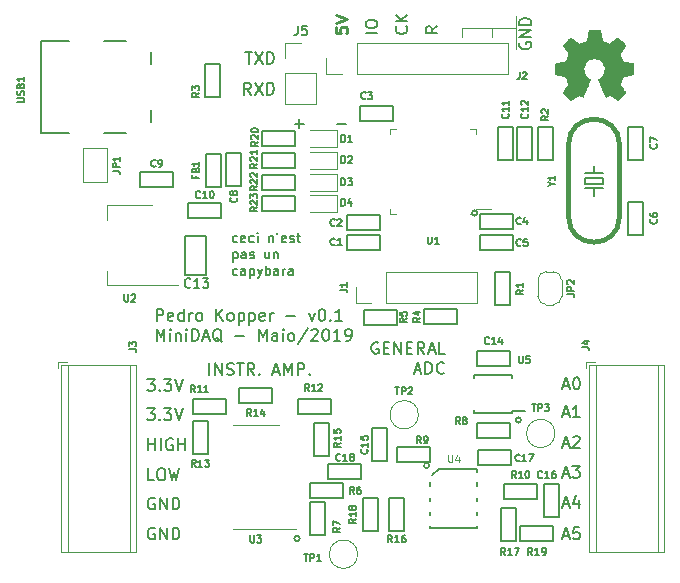
<source format=gto>
G04 #@! TF.GenerationSoftware,KiCad,Pcbnew,(5.1.2-1)-1*
G04 #@! TF.CreationDate,2019-05-13T23:44:12-03:00*
G04 #@! TF.ProjectId,Capivara,43617069-7661-4726-912e-6b696361645f,rev?*
G04 #@! TF.SameCoordinates,Original*
G04 #@! TF.FileFunction,Legend,Top*
G04 #@! TF.FilePolarity,Positive*
%FSLAX46Y46*%
G04 Gerber Fmt 4.6, Leading zero omitted, Abs format (unit mm)*
G04 Created by KiCad (PCBNEW (5.1.2-1)-1) date 2019-05-13 23:44:12*
%MOMM*%
%LPD*%
G04 APERTURE LIST*
%ADD10C,0.200000*%
%ADD11C,0.150000*%
%ADD12C,0.120000*%
%ADD13C,0.250000*%
%ADD14C,0.127000*%
%ADD15C,0.010000*%
%ADD16C,0.066040*%
%ADD17C,0.406400*%
%ADD18C,0.152400*%
%ADD19C,0.101600*%
G04 APERTURE END LIST*
D10*
X63728953Y-60325000D02*
G75*
G03X63728953Y-60325000I-228953J0D01*
G01*
X67411953Y-77851000D02*
G75*
G03X67411953Y-77851000I-228953J0D01*
G01*
X48679453Y-87884000D02*
G75*
G03X48679453Y-87884000I-228953J0D01*
G01*
D11*
X48276142Y-52776428D02*
X49038047Y-52776428D01*
X48657095Y-53157380D02*
X48657095Y-52395476D01*
X51799952Y-52776428D02*
X52561857Y-52776428D01*
D10*
X44545333Y-50299880D02*
X44212000Y-49823690D01*
X43973904Y-50299880D02*
X43973904Y-49299880D01*
X44354857Y-49299880D01*
X44450095Y-49347500D01*
X44497714Y-49395119D01*
X44545333Y-49490357D01*
X44545333Y-49633214D01*
X44497714Y-49728452D01*
X44450095Y-49776071D01*
X44354857Y-49823690D01*
X43973904Y-49823690D01*
X44878666Y-49299880D02*
X45545333Y-50299880D01*
X45545333Y-49299880D02*
X44878666Y-50299880D01*
X45926285Y-50299880D02*
X45926285Y-49299880D01*
X46164380Y-49299880D01*
X46307238Y-49347500D01*
X46402476Y-49442738D01*
X46450095Y-49537976D01*
X46497714Y-49728452D01*
X46497714Y-49871309D01*
X46450095Y-50061785D01*
X46402476Y-50157023D01*
X46307238Y-50252261D01*
X46164380Y-50299880D01*
X45926285Y-50299880D01*
X44077095Y-46696380D02*
X44648523Y-46696380D01*
X44362809Y-47696380D02*
X44362809Y-46696380D01*
X44886619Y-46696380D02*
X45553285Y-47696380D01*
X45553285Y-46696380D02*
X44886619Y-47696380D01*
X45934238Y-47696380D02*
X45934238Y-46696380D01*
X46172333Y-46696380D01*
X46315190Y-46744000D01*
X46410428Y-46839238D01*
X46458047Y-46934476D01*
X46505666Y-47124952D01*
X46505666Y-47267809D01*
X46458047Y-47458285D01*
X46410428Y-47553523D01*
X46315190Y-47648761D01*
X46172333Y-47696380D01*
X45934238Y-47696380D01*
D12*
X66992500Y-43688000D02*
X66992500Y-46418500D01*
X66992500Y-44640500D02*
X66992500Y-43688000D01*
X64960500Y-44640500D02*
X66992500Y-44640500D01*
X64960500Y-45402500D02*
X64960500Y-44640500D01*
X64960500Y-44640500D02*
X64960500Y-45402500D01*
X62420500Y-44640500D02*
X64960500Y-44640500D01*
X62420500Y-45466000D02*
X62420500Y-44640500D01*
D10*
X67318000Y-45910404D02*
X67270380Y-46005642D01*
X67270380Y-46148500D01*
X67318000Y-46291357D01*
X67413238Y-46386595D01*
X67508476Y-46434214D01*
X67698952Y-46481833D01*
X67841809Y-46481833D01*
X68032285Y-46434214D01*
X68127523Y-46386595D01*
X68222761Y-46291357D01*
X68270380Y-46148500D01*
X68270380Y-46053261D01*
X68222761Y-45910404D01*
X68175142Y-45862785D01*
X67841809Y-45862785D01*
X67841809Y-46053261D01*
X68270380Y-45434214D02*
X67270380Y-45434214D01*
X68270380Y-44862785D01*
X67270380Y-44862785D01*
X68270380Y-44386595D02*
X67270380Y-44386595D01*
X67270380Y-44148500D01*
X67318000Y-44005642D01*
X67413238Y-43910404D01*
X67508476Y-43862785D01*
X67698952Y-43815166D01*
X67841809Y-43815166D01*
X68032285Y-43862785D01*
X68127523Y-43910404D01*
X68222761Y-44005642D01*
X68270380Y-44148500D01*
X68270380Y-44386595D01*
X60332880Y-44526476D02*
X59856690Y-44859809D01*
X60332880Y-45097904D02*
X59332880Y-45097904D01*
X59332880Y-44716952D01*
X59380500Y-44621714D01*
X59428119Y-44574095D01*
X59523357Y-44526476D01*
X59666214Y-44526476D01*
X59761452Y-44574095D01*
X59809071Y-44621714D01*
X59856690Y-44716952D01*
X59856690Y-45097904D01*
X57697642Y-44526476D02*
X57745261Y-44574095D01*
X57792880Y-44716952D01*
X57792880Y-44812190D01*
X57745261Y-44955047D01*
X57650023Y-45050285D01*
X57554785Y-45097904D01*
X57364309Y-45145523D01*
X57221452Y-45145523D01*
X57030976Y-45097904D01*
X56935738Y-45050285D01*
X56840500Y-44955047D01*
X56792880Y-44812190D01*
X56792880Y-44716952D01*
X56840500Y-44574095D01*
X56888119Y-44526476D01*
X57792880Y-44097904D02*
X56792880Y-44097904D01*
X57792880Y-43526476D02*
X57221452Y-43955047D01*
X56792880Y-43526476D02*
X57364309Y-44097904D01*
X55252880Y-45097904D02*
X54252880Y-45097904D01*
X54252880Y-44431238D02*
X54252880Y-44240761D01*
X54300500Y-44145523D01*
X54395738Y-44050285D01*
X54586214Y-44002666D01*
X54919547Y-44002666D01*
X55110023Y-44050285D01*
X55205261Y-44145523D01*
X55252880Y-44240761D01*
X55252880Y-44431238D01*
X55205261Y-44526476D01*
X55110023Y-44621714D01*
X54919547Y-44669333D01*
X54586214Y-44669333D01*
X54395738Y-44621714D01*
X54300500Y-44526476D01*
X54252880Y-44431238D01*
D13*
X51712880Y-44589214D02*
X51712880Y-45065404D01*
X52189071Y-45113023D01*
X52141452Y-45065404D01*
X52093833Y-44970166D01*
X52093833Y-44732071D01*
X52141452Y-44636833D01*
X52189071Y-44589214D01*
X52284309Y-44541595D01*
X52522404Y-44541595D01*
X52617642Y-44589214D01*
X52665261Y-44636833D01*
X52712880Y-44732071D01*
X52712880Y-44970166D01*
X52665261Y-45065404D01*
X52617642Y-45113023D01*
X51712880Y-44255880D02*
X52712880Y-43922547D01*
X51712880Y-43589214D01*
D10*
X55322095Y-71294000D02*
X55226857Y-71246380D01*
X55084000Y-71246380D01*
X54941142Y-71294000D01*
X54845904Y-71389238D01*
X54798285Y-71484476D01*
X54750666Y-71674952D01*
X54750666Y-71817809D01*
X54798285Y-72008285D01*
X54845904Y-72103523D01*
X54941142Y-72198761D01*
X55084000Y-72246380D01*
X55179238Y-72246380D01*
X55322095Y-72198761D01*
X55369714Y-72151142D01*
X55369714Y-71817809D01*
X55179238Y-71817809D01*
X55798285Y-71722571D02*
X56131619Y-71722571D01*
X56274476Y-72246380D02*
X55798285Y-72246380D01*
X55798285Y-71246380D01*
X56274476Y-71246380D01*
X56703047Y-72246380D02*
X56703047Y-71246380D01*
X57274476Y-72246380D01*
X57274476Y-71246380D01*
X57750666Y-71722571D02*
X58084000Y-71722571D01*
X58226857Y-72246380D02*
X57750666Y-72246380D01*
X57750666Y-71246380D01*
X58226857Y-71246380D01*
X59226857Y-72246380D02*
X58893523Y-71770190D01*
X58655428Y-72246380D02*
X58655428Y-71246380D01*
X59036380Y-71246380D01*
X59131619Y-71294000D01*
X59179238Y-71341619D01*
X59226857Y-71436857D01*
X59226857Y-71579714D01*
X59179238Y-71674952D01*
X59131619Y-71722571D01*
X59036380Y-71770190D01*
X58655428Y-71770190D01*
X59607809Y-71960666D02*
X60084000Y-71960666D01*
X59512571Y-72246380D02*
X59845904Y-71246380D01*
X60179238Y-72246380D01*
X60988761Y-72246380D02*
X60512571Y-72246380D01*
X60512571Y-71246380D01*
X58417333Y-73660666D02*
X58893523Y-73660666D01*
X58322095Y-73946380D02*
X58655428Y-72946380D01*
X58988761Y-73946380D01*
X59322095Y-73946380D02*
X59322095Y-72946380D01*
X59560190Y-72946380D01*
X59703047Y-72994000D01*
X59798285Y-73089238D01*
X59845904Y-73184476D01*
X59893523Y-73374952D01*
X59893523Y-73517809D01*
X59845904Y-73708285D01*
X59798285Y-73803523D01*
X59703047Y-73898761D01*
X59560190Y-73946380D01*
X59322095Y-73946380D01*
X60893523Y-73851142D02*
X60845904Y-73898761D01*
X60703047Y-73946380D01*
X60607809Y-73946380D01*
X60464952Y-73898761D01*
X60369714Y-73803523D01*
X60322095Y-73708285D01*
X60274476Y-73517809D01*
X60274476Y-73374952D01*
X60322095Y-73184476D01*
X60369714Y-73089238D01*
X60464952Y-72994000D01*
X60607809Y-72946380D01*
X60703047Y-72946380D01*
X60845904Y-72994000D01*
X60893523Y-73041619D01*
X36563095Y-69452380D02*
X36563095Y-68452380D01*
X36944047Y-68452380D01*
X37039285Y-68500000D01*
X37086904Y-68547619D01*
X37134523Y-68642857D01*
X37134523Y-68785714D01*
X37086904Y-68880952D01*
X37039285Y-68928571D01*
X36944047Y-68976190D01*
X36563095Y-68976190D01*
X37944047Y-69404761D02*
X37848809Y-69452380D01*
X37658333Y-69452380D01*
X37563095Y-69404761D01*
X37515476Y-69309523D01*
X37515476Y-68928571D01*
X37563095Y-68833333D01*
X37658333Y-68785714D01*
X37848809Y-68785714D01*
X37944047Y-68833333D01*
X37991666Y-68928571D01*
X37991666Y-69023809D01*
X37515476Y-69119047D01*
X38848809Y-69452380D02*
X38848809Y-68452380D01*
X38848809Y-69404761D02*
X38753571Y-69452380D01*
X38563095Y-69452380D01*
X38467857Y-69404761D01*
X38420238Y-69357142D01*
X38372619Y-69261904D01*
X38372619Y-68976190D01*
X38420238Y-68880952D01*
X38467857Y-68833333D01*
X38563095Y-68785714D01*
X38753571Y-68785714D01*
X38848809Y-68833333D01*
X39325000Y-69452380D02*
X39325000Y-68785714D01*
X39325000Y-68976190D02*
X39372619Y-68880952D01*
X39420238Y-68833333D01*
X39515476Y-68785714D01*
X39610714Y-68785714D01*
X40086904Y-69452380D02*
X39991666Y-69404761D01*
X39944047Y-69357142D01*
X39896428Y-69261904D01*
X39896428Y-68976190D01*
X39944047Y-68880952D01*
X39991666Y-68833333D01*
X40086904Y-68785714D01*
X40229761Y-68785714D01*
X40325000Y-68833333D01*
X40372619Y-68880952D01*
X40420238Y-68976190D01*
X40420238Y-69261904D01*
X40372619Y-69357142D01*
X40325000Y-69404761D01*
X40229761Y-69452380D01*
X40086904Y-69452380D01*
X41610714Y-69452380D02*
X41610714Y-68452380D01*
X42182142Y-69452380D02*
X41753571Y-68880952D01*
X42182142Y-68452380D02*
X41610714Y-69023809D01*
X42753571Y-69452380D02*
X42658333Y-69404761D01*
X42610714Y-69357142D01*
X42563095Y-69261904D01*
X42563095Y-68976190D01*
X42610714Y-68880952D01*
X42658333Y-68833333D01*
X42753571Y-68785714D01*
X42896428Y-68785714D01*
X42991666Y-68833333D01*
X43039285Y-68880952D01*
X43086904Y-68976190D01*
X43086904Y-69261904D01*
X43039285Y-69357142D01*
X42991666Y-69404761D01*
X42896428Y-69452380D01*
X42753571Y-69452380D01*
X43515476Y-68785714D02*
X43515476Y-69785714D01*
X43515476Y-68833333D02*
X43610714Y-68785714D01*
X43801190Y-68785714D01*
X43896428Y-68833333D01*
X43944047Y-68880952D01*
X43991666Y-68976190D01*
X43991666Y-69261904D01*
X43944047Y-69357142D01*
X43896428Y-69404761D01*
X43801190Y-69452380D01*
X43610714Y-69452380D01*
X43515476Y-69404761D01*
X44420238Y-68785714D02*
X44420238Y-69785714D01*
X44420238Y-68833333D02*
X44515476Y-68785714D01*
X44705952Y-68785714D01*
X44801190Y-68833333D01*
X44848809Y-68880952D01*
X44896428Y-68976190D01*
X44896428Y-69261904D01*
X44848809Y-69357142D01*
X44801190Y-69404761D01*
X44705952Y-69452380D01*
X44515476Y-69452380D01*
X44420238Y-69404761D01*
X45705952Y-69404761D02*
X45610714Y-69452380D01*
X45420238Y-69452380D01*
X45325000Y-69404761D01*
X45277380Y-69309523D01*
X45277380Y-68928571D01*
X45325000Y-68833333D01*
X45420238Y-68785714D01*
X45610714Y-68785714D01*
X45705952Y-68833333D01*
X45753571Y-68928571D01*
X45753571Y-69023809D01*
X45277380Y-69119047D01*
X46182142Y-69452380D02*
X46182142Y-68785714D01*
X46182142Y-68976190D02*
X46229761Y-68880952D01*
X46277380Y-68833333D01*
X46372619Y-68785714D01*
X46467857Y-68785714D01*
X47563095Y-69071428D02*
X48325000Y-69071428D01*
X49467857Y-68785714D02*
X49705952Y-69452380D01*
X49944047Y-68785714D01*
X50515476Y-68452380D02*
X50610714Y-68452380D01*
X50705952Y-68500000D01*
X50753571Y-68547619D01*
X50801190Y-68642857D01*
X50848809Y-68833333D01*
X50848809Y-69071428D01*
X50801190Y-69261904D01*
X50753571Y-69357142D01*
X50705952Y-69404761D01*
X50610714Y-69452380D01*
X50515476Y-69452380D01*
X50420238Y-69404761D01*
X50372619Y-69357142D01*
X50325000Y-69261904D01*
X50277380Y-69071428D01*
X50277380Y-68833333D01*
X50325000Y-68642857D01*
X50372619Y-68547619D01*
X50420238Y-68500000D01*
X50515476Y-68452380D01*
X51277380Y-69357142D02*
X51325000Y-69404761D01*
X51277380Y-69452380D01*
X51229761Y-69404761D01*
X51277380Y-69357142D01*
X51277380Y-69452380D01*
X52277380Y-69452380D02*
X51705952Y-69452380D01*
X51991666Y-69452380D02*
X51991666Y-68452380D01*
X51896428Y-68595238D01*
X51801190Y-68690476D01*
X51705952Y-68738095D01*
X36563095Y-71152380D02*
X36563095Y-70152380D01*
X36896428Y-70866666D01*
X37229761Y-70152380D01*
X37229761Y-71152380D01*
X37705952Y-71152380D02*
X37705952Y-70485714D01*
X37705952Y-70152380D02*
X37658333Y-70200000D01*
X37705952Y-70247619D01*
X37753571Y-70200000D01*
X37705952Y-70152380D01*
X37705952Y-70247619D01*
X38182142Y-70485714D02*
X38182142Y-71152380D01*
X38182142Y-70580952D02*
X38229761Y-70533333D01*
X38325000Y-70485714D01*
X38467857Y-70485714D01*
X38563095Y-70533333D01*
X38610714Y-70628571D01*
X38610714Y-71152380D01*
X39086904Y-71152380D02*
X39086904Y-70485714D01*
X39086904Y-70152380D02*
X39039285Y-70200000D01*
X39086904Y-70247619D01*
X39134523Y-70200000D01*
X39086904Y-70152380D01*
X39086904Y-70247619D01*
X39563095Y-71152380D02*
X39563095Y-70152380D01*
X39801190Y-70152380D01*
X39944047Y-70200000D01*
X40039285Y-70295238D01*
X40086904Y-70390476D01*
X40134523Y-70580952D01*
X40134523Y-70723809D01*
X40086904Y-70914285D01*
X40039285Y-71009523D01*
X39944047Y-71104761D01*
X39801190Y-71152380D01*
X39563095Y-71152380D01*
X40515476Y-70866666D02*
X40991666Y-70866666D01*
X40420238Y-71152380D02*
X40753571Y-70152380D01*
X41086904Y-71152380D01*
X42086904Y-71247619D02*
X41991666Y-71200000D01*
X41896428Y-71104761D01*
X41753571Y-70961904D01*
X41658333Y-70914285D01*
X41563095Y-70914285D01*
X41610714Y-71152380D02*
X41515476Y-71104761D01*
X41420238Y-71009523D01*
X41372619Y-70819047D01*
X41372619Y-70485714D01*
X41420238Y-70295238D01*
X41515476Y-70200000D01*
X41610714Y-70152380D01*
X41801190Y-70152380D01*
X41896428Y-70200000D01*
X41991666Y-70295238D01*
X42039285Y-70485714D01*
X42039285Y-70819047D01*
X41991666Y-71009523D01*
X41896428Y-71104761D01*
X41801190Y-71152380D01*
X41610714Y-71152380D01*
X43229761Y-70771428D02*
X43991666Y-70771428D01*
X45229761Y-71152380D02*
X45229761Y-70152380D01*
X45563095Y-70866666D01*
X45896428Y-70152380D01*
X45896428Y-71152380D01*
X46801190Y-71152380D02*
X46801190Y-70628571D01*
X46753571Y-70533333D01*
X46658333Y-70485714D01*
X46467857Y-70485714D01*
X46372619Y-70533333D01*
X46801190Y-71104761D02*
X46705952Y-71152380D01*
X46467857Y-71152380D01*
X46372619Y-71104761D01*
X46325000Y-71009523D01*
X46325000Y-70914285D01*
X46372619Y-70819047D01*
X46467857Y-70771428D01*
X46705952Y-70771428D01*
X46801190Y-70723809D01*
X47277380Y-71152380D02*
X47277380Y-70485714D01*
X47277380Y-70152380D02*
X47229761Y-70200000D01*
X47277380Y-70247619D01*
X47325000Y-70200000D01*
X47277380Y-70152380D01*
X47277380Y-70247619D01*
X47896428Y-71152380D02*
X47801190Y-71104761D01*
X47753571Y-71057142D01*
X47705952Y-70961904D01*
X47705952Y-70676190D01*
X47753571Y-70580952D01*
X47801190Y-70533333D01*
X47896428Y-70485714D01*
X48039285Y-70485714D01*
X48134523Y-70533333D01*
X48182142Y-70580952D01*
X48229761Y-70676190D01*
X48229761Y-70961904D01*
X48182142Y-71057142D01*
X48134523Y-71104761D01*
X48039285Y-71152380D01*
X47896428Y-71152380D01*
X49372619Y-70104761D02*
X48515476Y-71390476D01*
X49658333Y-70247619D02*
X49705952Y-70200000D01*
X49801190Y-70152380D01*
X50039285Y-70152380D01*
X50134523Y-70200000D01*
X50182142Y-70247619D01*
X50229761Y-70342857D01*
X50229761Y-70438095D01*
X50182142Y-70580952D01*
X49610714Y-71152380D01*
X50229761Y-71152380D01*
X50848809Y-70152380D02*
X50944047Y-70152380D01*
X51039285Y-70200000D01*
X51086904Y-70247619D01*
X51134523Y-70342857D01*
X51182142Y-70533333D01*
X51182142Y-70771428D01*
X51134523Y-70961904D01*
X51086904Y-71057142D01*
X51039285Y-71104761D01*
X50944047Y-71152380D01*
X50848809Y-71152380D01*
X50753571Y-71104761D01*
X50705952Y-71057142D01*
X50658333Y-70961904D01*
X50610714Y-70771428D01*
X50610714Y-70533333D01*
X50658333Y-70342857D01*
X50705952Y-70247619D01*
X50753571Y-70200000D01*
X50848809Y-70152380D01*
X52134523Y-71152380D02*
X51563095Y-71152380D01*
X51848809Y-71152380D02*
X51848809Y-70152380D01*
X51753571Y-70295238D01*
X51658333Y-70390476D01*
X51563095Y-70438095D01*
X52610714Y-71152380D02*
X52801190Y-71152380D01*
X52896428Y-71104761D01*
X52944047Y-71057142D01*
X53039285Y-70914285D01*
X53086904Y-70723809D01*
X53086904Y-70342857D01*
X53039285Y-70247619D01*
X52991666Y-70200000D01*
X52896428Y-70152380D01*
X52705952Y-70152380D01*
X52610714Y-70200000D01*
X52563095Y-70247619D01*
X52515476Y-70342857D01*
X52515476Y-70580952D01*
X52563095Y-70676190D01*
X52610714Y-70723809D01*
X52705952Y-70771428D01*
X52896428Y-70771428D01*
X52991666Y-70723809D01*
X53039285Y-70676190D01*
X53086904Y-70580952D01*
X41037404Y-74048880D02*
X41037404Y-73048880D01*
X41513595Y-74048880D02*
X41513595Y-73048880D01*
X42085023Y-74048880D01*
X42085023Y-73048880D01*
X42513595Y-74001261D02*
X42656452Y-74048880D01*
X42894547Y-74048880D01*
X42989785Y-74001261D01*
X43037404Y-73953642D01*
X43085023Y-73858404D01*
X43085023Y-73763166D01*
X43037404Y-73667928D01*
X42989785Y-73620309D01*
X42894547Y-73572690D01*
X42704071Y-73525071D01*
X42608833Y-73477452D01*
X42561214Y-73429833D01*
X42513595Y-73334595D01*
X42513595Y-73239357D01*
X42561214Y-73144119D01*
X42608833Y-73096500D01*
X42704071Y-73048880D01*
X42942166Y-73048880D01*
X43085023Y-73096500D01*
X43370738Y-73048880D02*
X43942166Y-73048880D01*
X43656452Y-74048880D02*
X43656452Y-73048880D01*
X44846928Y-74048880D02*
X44513595Y-73572690D01*
X44275500Y-74048880D02*
X44275500Y-73048880D01*
X44656452Y-73048880D01*
X44751690Y-73096500D01*
X44799309Y-73144119D01*
X44846928Y-73239357D01*
X44846928Y-73382214D01*
X44799309Y-73477452D01*
X44751690Y-73525071D01*
X44656452Y-73572690D01*
X44275500Y-73572690D01*
X45275500Y-73953642D02*
X45323119Y-74001261D01*
X45275500Y-74048880D01*
X45227880Y-74001261D01*
X45275500Y-73953642D01*
X45275500Y-74048880D01*
X46465976Y-73763166D02*
X46942166Y-73763166D01*
X46370738Y-74048880D02*
X46704071Y-73048880D01*
X47037404Y-74048880D01*
X47370738Y-74048880D02*
X47370738Y-73048880D01*
X47704071Y-73763166D01*
X48037404Y-73048880D01*
X48037404Y-74048880D01*
X48513595Y-74048880D02*
X48513595Y-73048880D01*
X48894547Y-73048880D01*
X48989785Y-73096500D01*
X49037404Y-73144119D01*
X49085023Y-73239357D01*
X49085023Y-73382214D01*
X49037404Y-73477452D01*
X48989785Y-73525071D01*
X48894547Y-73572690D01*
X48513595Y-73572690D01*
X49513595Y-73953642D02*
X49561214Y-74001261D01*
X49513595Y-74048880D01*
X49465976Y-74001261D01*
X49513595Y-73953642D01*
X49513595Y-74048880D01*
X43398833Y-62741309D02*
X43322642Y-62779404D01*
X43170261Y-62779404D01*
X43094071Y-62741309D01*
X43055976Y-62703214D01*
X43017880Y-62627023D01*
X43017880Y-62398452D01*
X43055976Y-62322261D01*
X43094071Y-62284166D01*
X43170261Y-62246071D01*
X43322642Y-62246071D01*
X43398833Y-62284166D01*
X44046452Y-62741309D02*
X43970261Y-62779404D01*
X43817880Y-62779404D01*
X43741690Y-62741309D01*
X43703595Y-62665119D01*
X43703595Y-62360357D01*
X43741690Y-62284166D01*
X43817880Y-62246071D01*
X43970261Y-62246071D01*
X44046452Y-62284166D01*
X44084547Y-62360357D01*
X44084547Y-62436547D01*
X43703595Y-62512738D01*
X44770261Y-62741309D02*
X44694071Y-62779404D01*
X44541690Y-62779404D01*
X44465500Y-62741309D01*
X44427404Y-62703214D01*
X44389309Y-62627023D01*
X44389309Y-62398452D01*
X44427404Y-62322261D01*
X44465500Y-62284166D01*
X44541690Y-62246071D01*
X44694071Y-62246071D01*
X44770261Y-62284166D01*
X45113119Y-62779404D02*
X45113119Y-62246071D01*
X45113119Y-61979404D02*
X45075023Y-62017500D01*
X45113119Y-62055595D01*
X45151214Y-62017500D01*
X45113119Y-61979404D01*
X45113119Y-62055595D01*
X46103595Y-62246071D02*
X46103595Y-62779404D01*
X46103595Y-62322261D02*
X46141690Y-62284166D01*
X46217880Y-62246071D01*
X46332166Y-62246071D01*
X46408357Y-62284166D01*
X46446452Y-62360357D01*
X46446452Y-62779404D01*
X46865500Y-61979404D02*
X46789309Y-62131785D01*
X47513119Y-62741309D02*
X47436928Y-62779404D01*
X47284547Y-62779404D01*
X47208357Y-62741309D01*
X47170261Y-62665119D01*
X47170261Y-62360357D01*
X47208357Y-62284166D01*
X47284547Y-62246071D01*
X47436928Y-62246071D01*
X47513119Y-62284166D01*
X47551214Y-62360357D01*
X47551214Y-62436547D01*
X47170261Y-62512738D01*
X47855976Y-62741309D02*
X47932166Y-62779404D01*
X48084547Y-62779404D01*
X48160738Y-62741309D01*
X48198833Y-62665119D01*
X48198833Y-62627023D01*
X48160738Y-62550833D01*
X48084547Y-62512738D01*
X47970261Y-62512738D01*
X47894071Y-62474642D01*
X47855976Y-62398452D01*
X47855976Y-62360357D01*
X47894071Y-62284166D01*
X47970261Y-62246071D01*
X48084547Y-62246071D01*
X48160738Y-62284166D01*
X48427404Y-62246071D02*
X48732166Y-62246071D01*
X48541690Y-61979404D02*
X48541690Y-62665119D01*
X48579785Y-62741309D01*
X48655976Y-62779404D01*
X48732166Y-62779404D01*
X43055976Y-63646071D02*
X43055976Y-64446071D01*
X43055976Y-63684166D02*
X43132166Y-63646071D01*
X43284547Y-63646071D01*
X43360738Y-63684166D01*
X43398833Y-63722261D01*
X43436928Y-63798452D01*
X43436928Y-64027023D01*
X43398833Y-64103214D01*
X43360738Y-64141309D01*
X43284547Y-64179404D01*
X43132166Y-64179404D01*
X43055976Y-64141309D01*
X44122642Y-64179404D02*
X44122642Y-63760357D01*
X44084547Y-63684166D01*
X44008357Y-63646071D01*
X43855976Y-63646071D01*
X43779785Y-63684166D01*
X44122642Y-64141309D02*
X44046452Y-64179404D01*
X43855976Y-64179404D01*
X43779785Y-64141309D01*
X43741690Y-64065119D01*
X43741690Y-63988928D01*
X43779785Y-63912738D01*
X43855976Y-63874642D01*
X44046452Y-63874642D01*
X44122642Y-63836547D01*
X44465500Y-64141309D02*
X44541690Y-64179404D01*
X44694071Y-64179404D01*
X44770261Y-64141309D01*
X44808357Y-64065119D01*
X44808357Y-64027023D01*
X44770261Y-63950833D01*
X44694071Y-63912738D01*
X44579785Y-63912738D01*
X44503595Y-63874642D01*
X44465500Y-63798452D01*
X44465500Y-63760357D01*
X44503595Y-63684166D01*
X44579785Y-63646071D01*
X44694071Y-63646071D01*
X44770261Y-63684166D01*
X46103595Y-63646071D02*
X46103595Y-64179404D01*
X45760738Y-63646071D02*
X45760738Y-64065119D01*
X45798833Y-64141309D01*
X45875023Y-64179404D01*
X45989309Y-64179404D01*
X46065500Y-64141309D01*
X46103595Y-64103214D01*
X46484547Y-63646071D02*
X46484547Y-64179404D01*
X46484547Y-63722261D02*
X46522642Y-63684166D01*
X46598833Y-63646071D01*
X46713119Y-63646071D01*
X46789309Y-63684166D01*
X46827404Y-63760357D01*
X46827404Y-64179404D01*
X43398833Y-65541309D02*
X43322642Y-65579404D01*
X43170261Y-65579404D01*
X43094071Y-65541309D01*
X43055976Y-65503214D01*
X43017880Y-65427023D01*
X43017880Y-65198452D01*
X43055976Y-65122261D01*
X43094071Y-65084166D01*
X43170261Y-65046071D01*
X43322642Y-65046071D01*
X43398833Y-65084166D01*
X44084547Y-65579404D02*
X44084547Y-65160357D01*
X44046452Y-65084166D01*
X43970261Y-65046071D01*
X43817880Y-65046071D01*
X43741690Y-65084166D01*
X44084547Y-65541309D02*
X44008357Y-65579404D01*
X43817880Y-65579404D01*
X43741690Y-65541309D01*
X43703595Y-65465119D01*
X43703595Y-65388928D01*
X43741690Y-65312738D01*
X43817880Y-65274642D01*
X44008357Y-65274642D01*
X44084547Y-65236547D01*
X44465500Y-65046071D02*
X44465500Y-65846071D01*
X44465500Y-65084166D02*
X44541690Y-65046071D01*
X44694071Y-65046071D01*
X44770261Y-65084166D01*
X44808357Y-65122261D01*
X44846452Y-65198452D01*
X44846452Y-65427023D01*
X44808357Y-65503214D01*
X44770261Y-65541309D01*
X44694071Y-65579404D01*
X44541690Y-65579404D01*
X44465500Y-65541309D01*
X45113119Y-65046071D02*
X45303595Y-65579404D01*
X45494071Y-65046071D02*
X45303595Y-65579404D01*
X45227404Y-65769880D01*
X45189309Y-65807976D01*
X45113119Y-65846071D01*
X45798833Y-65579404D02*
X45798833Y-64779404D01*
X45798833Y-65084166D02*
X45875023Y-65046071D01*
X46027404Y-65046071D01*
X46103595Y-65084166D01*
X46141690Y-65122261D01*
X46179785Y-65198452D01*
X46179785Y-65427023D01*
X46141690Y-65503214D01*
X46103595Y-65541309D01*
X46027404Y-65579404D01*
X45875023Y-65579404D01*
X45798833Y-65541309D01*
X46865500Y-65579404D02*
X46865500Y-65160357D01*
X46827404Y-65084166D01*
X46751214Y-65046071D01*
X46598833Y-65046071D01*
X46522642Y-65084166D01*
X46865500Y-65541309D02*
X46789309Y-65579404D01*
X46598833Y-65579404D01*
X46522642Y-65541309D01*
X46484547Y-65465119D01*
X46484547Y-65388928D01*
X46522642Y-65312738D01*
X46598833Y-65274642D01*
X46789309Y-65274642D01*
X46865500Y-65236547D01*
X47246452Y-65579404D02*
X47246452Y-65046071D01*
X47246452Y-65198452D02*
X47284547Y-65122261D01*
X47322642Y-65084166D01*
X47398833Y-65046071D01*
X47475023Y-65046071D01*
X48084547Y-65579404D02*
X48084547Y-65160357D01*
X48046452Y-65084166D01*
X47970261Y-65046071D01*
X47817880Y-65046071D01*
X47741690Y-65084166D01*
X48084547Y-65541309D02*
X48008357Y-65579404D01*
X47817880Y-65579404D01*
X47741690Y-65541309D01*
X47703595Y-65465119D01*
X47703595Y-65388928D01*
X47741690Y-65312738D01*
X47817880Y-65274642D01*
X48008357Y-65274642D01*
X48084547Y-65236547D01*
X70958452Y-87669666D02*
X71434642Y-87669666D01*
X70863214Y-87955380D02*
X71196547Y-86955380D01*
X71529880Y-87955380D01*
X72339404Y-86955380D02*
X71863214Y-86955380D01*
X71815595Y-87431571D01*
X71863214Y-87383952D01*
X71958452Y-87336333D01*
X72196547Y-87336333D01*
X72291785Y-87383952D01*
X72339404Y-87431571D01*
X72387023Y-87526809D01*
X72387023Y-87764904D01*
X72339404Y-87860142D01*
X72291785Y-87907761D01*
X72196547Y-87955380D01*
X71958452Y-87955380D01*
X71863214Y-87907761D01*
X71815595Y-87860142D01*
X70958452Y-85002666D02*
X71434642Y-85002666D01*
X70863214Y-85288380D02*
X71196547Y-84288380D01*
X71529880Y-85288380D01*
X72291785Y-84621714D02*
X72291785Y-85288380D01*
X72053690Y-84240761D02*
X71815595Y-84955047D01*
X72434642Y-84955047D01*
X70958452Y-82462666D02*
X71434642Y-82462666D01*
X70863214Y-82748380D02*
X71196547Y-81748380D01*
X71529880Y-82748380D01*
X71767976Y-81748380D02*
X72387023Y-81748380D01*
X72053690Y-82129333D01*
X72196547Y-82129333D01*
X72291785Y-82176952D01*
X72339404Y-82224571D01*
X72387023Y-82319809D01*
X72387023Y-82557904D01*
X72339404Y-82653142D01*
X72291785Y-82700761D01*
X72196547Y-82748380D01*
X71910833Y-82748380D01*
X71815595Y-82700761D01*
X71767976Y-82653142D01*
X70958452Y-79922666D02*
X71434642Y-79922666D01*
X70863214Y-80208380D02*
X71196547Y-79208380D01*
X71529880Y-80208380D01*
X71815595Y-79303619D02*
X71863214Y-79256000D01*
X71958452Y-79208380D01*
X72196547Y-79208380D01*
X72291785Y-79256000D01*
X72339404Y-79303619D01*
X72387023Y-79398857D01*
X72387023Y-79494095D01*
X72339404Y-79636952D01*
X71767976Y-80208380D01*
X72387023Y-80208380D01*
X70958452Y-77319166D02*
X71434642Y-77319166D01*
X70863214Y-77604880D02*
X71196547Y-76604880D01*
X71529880Y-77604880D01*
X72387023Y-77604880D02*
X71815595Y-77604880D01*
X72101309Y-77604880D02*
X72101309Y-76604880D01*
X72006071Y-76747738D01*
X71910833Y-76842976D01*
X71815595Y-76890595D01*
X70958452Y-74969666D02*
X71434642Y-74969666D01*
X70863214Y-75255380D02*
X71196547Y-74255380D01*
X71529880Y-75255380D01*
X72053690Y-74255380D02*
X72148928Y-74255380D01*
X72244166Y-74303000D01*
X72291785Y-74350619D01*
X72339404Y-74445857D01*
X72387023Y-74636333D01*
X72387023Y-74874428D01*
X72339404Y-75064904D01*
X72291785Y-75160142D01*
X72244166Y-75207761D01*
X72148928Y-75255380D01*
X72053690Y-75255380D01*
X71958452Y-75207761D01*
X71910833Y-75160142D01*
X71863214Y-75064904D01*
X71815595Y-74874428D01*
X71815595Y-74636333D01*
X71863214Y-74445857D01*
X71910833Y-74350619D01*
X71958452Y-74303000D01*
X72053690Y-74255380D01*
X36388404Y-87019000D02*
X36293166Y-86971380D01*
X36150309Y-86971380D01*
X36007452Y-87019000D01*
X35912214Y-87114238D01*
X35864595Y-87209476D01*
X35816976Y-87399952D01*
X35816976Y-87542809D01*
X35864595Y-87733285D01*
X35912214Y-87828523D01*
X36007452Y-87923761D01*
X36150309Y-87971380D01*
X36245547Y-87971380D01*
X36388404Y-87923761D01*
X36436023Y-87876142D01*
X36436023Y-87542809D01*
X36245547Y-87542809D01*
X36864595Y-87971380D02*
X36864595Y-86971380D01*
X37436023Y-87971380D01*
X37436023Y-86971380D01*
X37912214Y-87971380D02*
X37912214Y-86971380D01*
X38150309Y-86971380D01*
X38293166Y-87019000D01*
X38388404Y-87114238D01*
X38436023Y-87209476D01*
X38483642Y-87399952D01*
X38483642Y-87542809D01*
X38436023Y-87733285D01*
X38388404Y-87828523D01*
X38293166Y-87923761D01*
X38150309Y-87971380D01*
X37912214Y-87971380D01*
X36388404Y-84479000D02*
X36293166Y-84431380D01*
X36150309Y-84431380D01*
X36007452Y-84479000D01*
X35912214Y-84574238D01*
X35864595Y-84669476D01*
X35816976Y-84859952D01*
X35816976Y-85002809D01*
X35864595Y-85193285D01*
X35912214Y-85288523D01*
X36007452Y-85383761D01*
X36150309Y-85431380D01*
X36245547Y-85431380D01*
X36388404Y-85383761D01*
X36436023Y-85336142D01*
X36436023Y-85002809D01*
X36245547Y-85002809D01*
X36864595Y-85431380D02*
X36864595Y-84431380D01*
X37436023Y-85431380D01*
X37436023Y-84431380D01*
X37912214Y-85431380D02*
X37912214Y-84431380D01*
X38150309Y-84431380D01*
X38293166Y-84479000D01*
X38388404Y-84574238D01*
X38436023Y-84669476D01*
X38483642Y-84859952D01*
X38483642Y-85002809D01*
X38436023Y-85193285D01*
X38388404Y-85288523D01*
X38293166Y-85383761D01*
X38150309Y-85431380D01*
X37912214Y-85431380D01*
X36340785Y-82954880D02*
X35864595Y-82954880D01*
X35864595Y-81954880D01*
X36864595Y-81954880D02*
X37055071Y-81954880D01*
X37150309Y-82002500D01*
X37245547Y-82097738D01*
X37293166Y-82288214D01*
X37293166Y-82621547D01*
X37245547Y-82812023D01*
X37150309Y-82907261D01*
X37055071Y-82954880D01*
X36864595Y-82954880D01*
X36769357Y-82907261D01*
X36674119Y-82812023D01*
X36626500Y-82621547D01*
X36626500Y-82288214D01*
X36674119Y-82097738D01*
X36769357Y-82002500D01*
X36864595Y-81954880D01*
X37626500Y-81954880D02*
X37864595Y-82954880D01*
X38055071Y-82240595D01*
X38245547Y-82954880D01*
X38483642Y-81954880D01*
X35864595Y-80414880D02*
X35864595Y-79414880D01*
X35864595Y-79891071D02*
X36436023Y-79891071D01*
X36436023Y-80414880D02*
X36436023Y-79414880D01*
X36912214Y-80414880D02*
X36912214Y-79414880D01*
X37912214Y-79462500D02*
X37816976Y-79414880D01*
X37674119Y-79414880D01*
X37531261Y-79462500D01*
X37436023Y-79557738D01*
X37388404Y-79652976D01*
X37340785Y-79843452D01*
X37340785Y-79986309D01*
X37388404Y-80176785D01*
X37436023Y-80272023D01*
X37531261Y-80367261D01*
X37674119Y-80414880D01*
X37769357Y-80414880D01*
X37912214Y-80367261D01*
X37959833Y-80319642D01*
X37959833Y-79986309D01*
X37769357Y-79986309D01*
X38388404Y-80414880D02*
X38388404Y-79414880D01*
X38388404Y-79891071D02*
X38959833Y-79891071D01*
X38959833Y-80414880D02*
X38959833Y-79414880D01*
X35769357Y-76874880D02*
X36388404Y-76874880D01*
X36055071Y-77255833D01*
X36197928Y-77255833D01*
X36293166Y-77303452D01*
X36340785Y-77351071D01*
X36388404Y-77446309D01*
X36388404Y-77684404D01*
X36340785Y-77779642D01*
X36293166Y-77827261D01*
X36197928Y-77874880D01*
X35912214Y-77874880D01*
X35816976Y-77827261D01*
X35769357Y-77779642D01*
X36816976Y-77779642D02*
X36864595Y-77827261D01*
X36816976Y-77874880D01*
X36769357Y-77827261D01*
X36816976Y-77779642D01*
X36816976Y-77874880D01*
X37197928Y-76874880D02*
X37816976Y-76874880D01*
X37483642Y-77255833D01*
X37626500Y-77255833D01*
X37721738Y-77303452D01*
X37769357Y-77351071D01*
X37816976Y-77446309D01*
X37816976Y-77684404D01*
X37769357Y-77779642D01*
X37721738Y-77827261D01*
X37626500Y-77874880D01*
X37340785Y-77874880D01*
X37245547Y-77827261D01*
X37197928Y-77779642D01*
X38102690Y-76874880D02*
X38436023Y-77874880D01*
X38769357Y-76874880D01*
X35769357Y-74398380D02*
X36388404Y-74398380D01*
X36055071Y-74779333D01*
X36197928Y-74779333D01*
X36293166Y-74826952D01*
X36340785Y-74874571D01*
X36388404Y-74969809D01*
X36388404Y-75207904D01*
X36340785Y-75303142D01*
X36293166Y-75350761D01*
X36197928Y-75398380D01*
X35912214Y-75398380D01*
X35816976Y-75350761D01*
X35769357Y-75303142D01*
X36816976Y-75303142D02*
X36864595Y-75350761D01*
X36816976Y-75398380D01*
X36769357Y-75350761D01*
X36816976Y-75303142D01*
X36816976Y-75398380D01*
X37197928Y-74398380D02*
X37816976Y-74398380D01*
X37483642Y-74779333D01*
X37626500Y-74779333D01*
X37721738Y-74826952D01*
X37769357Y-74874571D01*
X37816976Y-74969809D01*
X37816976Y-75207904D01*
X37769357Y-75303142D01*
X37721738Y-75350761D01*
X37626500Y-75398380D01*
X37340785Y-75398380D01*
X37245547Y-75350761D01*
X37197928Y-75303142D01*
X38102690Y-74398380D02*
X38436023Y-75398380D01*
X38769357Y-74398380D01*
D14*
X40767000Y-62293500D02*
X40767000Y-65595500D01*
X38989000Y-62293500D02*
X40767000Y-62293500D01*
X38989000Y-65595500D02*
X38989000Y-62293500D01*
X40767000Y-65595500D02*
X38989000Y-65595500D01*
D12*
X47438000Y-45914000D02*
X48768000Y-45914000D01*
X47438000Y-47244000D02*
X47438000Y-45914000D01*
X47438000Y-48514000D02*
X50098000Y-48514000D01*
X50098000Y-48514000D02*
X50098000Y-51114000D01*
X47438000Y-48514000D02*
X47438000Y-51114000D01*
X47438000Y-51114000D02*
X50098000Y-51114000D01*
X53587500Y-89217500D02*
G75*
G03X53587500Y-89217500I-1200000J0D01*
G01*
D14*
X66992500Y-85280500D02*
X66992500Y-88074500D01*
X66992500Y-88074500D02*
X65722500Y-88074500D01*
X65722500Y-88074500D02*
X65722500Y-85280500D01*
X65722500Y-85280500D02*
X66992500Y-85280500D01*
D12*
X51840500Y-58764500D02*
X49555500Y-58764500D01*
X51840500Y-60234500D02*
X51840500Y-58764500D01*
X49555500Y-60234500D02*
X51840500Y-60234500D01*
X51840500Y-56986500D02*
X49555500Y-56986500D01*
X51840500Y-58456500D02*
X51840500Y-56986500D01*
X49555500Y-58456500D02*
X51840500Y-58456500D01*
X51840500Y-55145000D02*
X49555500Y-55145000D01*
X51840500Y-56615000D02*
X51840500Y-55145000D01*
X49555500Y-56615000D02*
X51840500Y-56615000D01*
X51840500Y-53303500D02*
X49555500Y-53303500D01*
X51840500Y-54773500D02*
X51840500Y-53303500D01*
X49555500Y-54773500D02*
X51840500Y-54773500D01*
D15*
G36*
X74152314Y-45284431D02*
G01*
X74236135Y-45729055D01*
X74545420Y-45856553D01*
X74854706Y-45984051D01*
X75225746Y-45731746D01*
X75329657Y-45661496D01*
X75423587Y-45598772D01*
X75503152Y-45546438D01*
X75563970Y-45507357D01*
X75601657Y-45484393D01*
X75611921Y-45479442D01*
X75630410Y-45492176D01*
X75669920Y-45527382D01*
X75726022Y-45580562D01*
X75794287Y-45647218D01*
X75870286Y-45722854D01*
X75949592Y-45802972D01*
X76027775Y-45883074D01*
X76100407Y-45958664D01*
X76163059Y-46025245D01*
X76211303Y-46078318D01*
X76240710Y-46113387D01*
X76247741Y-46125123D01*
X76237623Y-46146760D01*
X76209259Y-46194162D01*
X76165629Y-46262693D01*
X76109718Y-46347715D01*
X76044506Y-46444593D01*
X76006719Y-46499850D01*
X75937843Y-46600748D01*
X75876640Y-46691799D01*
X75826078Y-46768470D01*
X75789128Y-46826228D01*
X75768758Y-46860543D01*
X75765697Y-46867754D01*
X75772636Y-46888248D01*
X75791551Y-46936013D01*
X75819587Y-47004332D01*
X75853891Y-47086489D01*
X75891609Y-47175770D01*
X75929887Y-47265458D01*
X75965870Y-47348838D01*
X75996706Y-47419194D01*
X76019539Y-47469810D01*
X76031517Y-47493971D01*
X76032224Y-47494922D01*
X76051031Y-47499536D01*
X76101118Y-47509828D01*
X76177293Y-47524787D01*
X76274365Y-47543401D01*
X76387143Y-47564659D01*
X76452942Y-47576918D01*
X76573450Y-47599862D01*
X76682297Y-47621695D01*
X76773976Y-47641222D01*
X76842981Y-47657248D01*
X76883804Y-47668579D01*
X76892011Y-47672174D01*
X76900048Y-47696506D01*
X76906533Y-47751459D01*
X76911470Y-47830608D01*
X76914864Y-47927526D01*
X76916718Y-48035787D01*
X76917038Y-48148965D01*
X76915827Y-48260635D01*
X76913090Y-48364368D01*
X76908831Y-48453741D01*
X76903055Y-48522326D01*
X76895767Y-48563697D01*
X76891395Y-48572310D01*
X76865264Y-48582633D01*
X76809893Y-48597392D01*
X76732607Y-48614852D01*
X76640730Y-48633280D01*
X76608658Y-48639241D01*
X76454024Y-48667566D01*
X76331875Y-48690376D01*
X76238173Y-48708580D01*
X76168884Y-48723083D01*
X76119971Y-48734792D01*
X76087397Y-48744615D01*
X76067128Y-48753456D01*
X76055126Y-48762224D01*
X76053447Y-48763957D01*
X76036684Y-48791871D01*
X76011114Y-48846195D01*
X75979288Y-48920277D01*
X75943760Y-49007465D01*
X75907083Y-49101108D01*
X75871811Y-49194552D01*
X75840496Y-49281147D01*
X75815693Y-49354240D01*
X75799954Y-49407178D01*
X75795832Y-49433311D01*
X75796176Y-49434226D01*
X75810141Y-49455586D01*
X75841822Y-49502584D01*
X75887891Y-49570327D01*
X75945018Y-49653923D01*
X76009873Y-49748482D01*
X76028343Y-49775354D01*
X76094199Y-49872775D01*
X76152150Y-49961663D01*
X76199038Y-50036912D01*
X76231707Y-50093420D01*
X76247000Y-50126081D01*
X76247741Y-50130093D01*
X76234892Y-50151184D01*
X76199388Y-50192964D01*
X76145793Y-50250945D01*
X76078671Y-50320635D01*
X76002587Y-50397545D01*
X75922104Y-50477183D01*
X75841787Y-50555061D01*
X75766199Y-50626686D01*
X75699905Y-50687570D01*
X75647469Y-50733221D01*
X75613455Y-50759150D01*
X75604045Y-50763383D01*
X75582143Y-50753412D01*
X75537300Y-50726520D01*
X75476821Y-50687236D01*
X75430289Y-50655617D01*
X75345975Y-50597598D01*
X75246126Y-50529284D01*
X75145973Y-50461079D01*
X75092127Y-50424575D01*
X74909871Y-50301300D01*
X74756881Y-50384020D01*
X74687182Y-50420259D01*
X74627914Y-50448426D01*
X74587811Y-50464491D01*
X74577603Y-50466726D01*
X74565329Y-50450222D01*
X74541113Y-50403582D01*
X74506763Y-50331109D01*
X74464088Y-50237106D01*
X74414894Y-50125874D01*
X74360990Y-50001715D01*
X74304184Y-49868932D01*
X74246282Y-49731827D01*
X74189093Y-49594702D01*
X74134424Y-49461858D01*
X74084084Y-49337598D01*
X74039880Y-49226225D01*
X74003619Y-49132039D01*
X73977109Y-49059344D01*
X73962158Y-49012441D01*
X73959754Y-48996333D01*
X73978811Y-48975786D01*
X74020536Y-48942433D01*
X74076206Y-48903202D01*
X74080878Y-48900099D01*
X74224764Y-48784923D01*
X74340783Y-48650553D01*
X74427930Y-48501284D01*
X74485199Y-48341413D01*
X74511586Y-48175237D01*
X74506085Y-48007052D01*
X74467690Y-47841155D01*
X74395395Y-47681842D01*
X74374126Y-47646987D01*
X74263496Y-47506237D01*
X74132802Y-47393214D01*
X73986564Y-47308503D01*
X73829308Y-47252694D01*
X73665557Y-47226374D01*
X73499833Y-47230130D01*
X73336662Y-47264550D01*
X73180565Y-47330223D01*
X73036067Y-47427735D01*
X72991369Y-47467313D01*
X72877612Y-47591203D01*
X72794718Y-47721624D01*
X72737856Y-47867815D01*
X72706187Y-48012588D01*
X72698369Y-48175360D01*
X72724438Y-48338940D01*
X72781745Y-48497798D01*
X72867644Y-48646406D01*
X72979486Y-48779235D01*
X73114623Y-48890756D01*
X73132383Y-48902511D01*
X73188650Y-48941008D01*
X73231423Y-48974363D01*
X73251872Y-48995660D01*
X73252169Y-48996333D01*
X73247779Y-49019371D01*
X73230376Y-49071657D01*
X73201768Y-49148890D01*
X73163765Y-49246768D01*
X73118174Y-49360991D01*
X73066803Y-49487258D01*
X73011462Y-49621267D01*
X72953958Y-49758718D01*
X72896101Y-49895308D01*
X72839698Y-50026737D01*
X72786558Y-50148705D01*
X72738490Y-50256909D01*
X72697301Y-50347049D01*
X72664801Y-50414823D01*
X72642797Y-50455930D01*
X72633936Y-50466726D01*
X72606860Y-50458319D01*
X72556197Y-50435772D01*
X72490683Y-50403113D01*
X72454659Y-50384020D01*
X72301668Y-50301300D01*
X72119412Y-50424575D01*
X72026375Y-50487728D01*
X71924515Y-50557227D01*
X71829062Y-50622665D01*
X71781250Y-50655617D01*
X71714005Y-50700773D01*
X71657064Y-50736557D01*
X71617854Y-50758438D01*
X71605119Y-50763063D01*
X71586583Y-50750585D01*
X71545559Y-50715752D01*
X71486025Y-50662178D01*
X71411958Y-50593483D01*
X71327335Y-50513281D01*
X71273815Y-50461786D01*
X71180181Y-50369786D01*
X71099259Y-50287499D01*
X71034323Y-50218445D01*
X70988642Y-50166144D01*
X70965489Y-50134116D01*
X70963268Y-50127616D01*
X70973576Y-50102894D01*
X71002061Y-50052905D01*
X71045563Y-49982712D01*
X71100923Y-49897375D01*
X71164980Y-49801956D01*
X71183197Y-49775354D01*
X71249573Y-49678667D01*
X71309122Y-49591617D01*
X71358516Y-49519095D01*
X71394425Y-49465993D01*
X71413519Y-49437203D01*
X71415364Y-49434226D01*
X71412605Y-49411282D01*
X71397962Y-49360836D01*
X71373987Y-49289541D01*
X71343234Y-49204047D01*
X71308256Y-49111007D01*
X71271607Y-49017074D01*
X71235839Y-48928899D01*
X71203506Y-48853134D01*
X71177162Y-48796431D01*
X71159358Y-48765443D01*
X71158093Y-48763957D01*
X71147206Y-48755101D01*
X71128818Y-48746343D01*
X71098894Y-48736777D01*
X71053397Y-48725496D01*
X70988291Y-48711593D01*
X70899539Y-48694163D01*
X70783107Y-48672298D01*
X70634958Y-48645091D01*
X70602882Y-48639241D01*
X70507814Y-48620874D01*
X70424935Y-48602905D01*
X70361570Y-48587069D01*
X70325042Y-48575100D01*
X70320144Y-48572310D01*
X70312073Y-48547572D01*
X70305513Y-48492290D01*
X70300467Y-48412889D01*
X70296941Y-48315796D01*
X70294939Y-48207438D01*
X70294464Y-48094240D01*
X70295523Y-47982628D01*
X70298118Y-47879029D01*
X70302254Y-47789868D01*
X70307937Y-47721572D01*
X70315169Y-47680566D01*
X70319529Y-47672174D01*
X70343802Y-47663708D01*
X70399074Y-47649935D01*
X70479838Y-47632050D01*
X70580588Y-47611248D01*
X70695817Y-47588723D01*
X70758598Y-47576918D01*
X70877713Y-47554651D01*
X70983935Y-47534479D01*
X71072073Y-47517415D01*
X71136934Y-47504469D01*
X71173326Y-47496655D01*
X71179316Y-47494922D01*
X71189439Y-47475390D01*
X71210838Y-47428343D01*
X71240661Y-47360503D01*
X71276055Y-47278591D01*
X71314168Y-47189328D01*
X71352147Y-47099435D01*
X71387140Y-47015635D01*
X71416294Y-46944647D01*
X71436757Y-46893194D01*
X71445677Y-46867997D01*
X71445843Y-46866896D01*
X71435731Y-46847019D01*
X71407383Y-46801277D01*
X71363777Y-46734217D01*
X71307894Y-46650384D01*
X71242713Y-46554326D01*
X71204821Y-46499150D01*
X71135775Y-46397981D01*
X71074450Y-46306130D01*
X71023837Y-46228244D01*
X70986929Y-46168969D01*
X70966718Y-46132951D01*
X70963799Y-46124877D01*
X70976347Y-46106084D01*
X71011037Y-46065957D01*
X71063437Y-46008993D01*
X71129116Y-45939685D01*
X71203644Y-45862531D01*
X71282587Y-45782025D01*
X71361517Y-45702663D01*
X71436000Y-45628940D01*
X71501606Y-45565352D01*
X71553904Y-45516394D01*
X71588461Y-45486561D01*
X71600022Y-45479442D01*
X71618846Y-45489453D01*
X71663869Y-45517578D01*
X71730713Y-45560954D01*
X71815001Y-45616718D01*
X71912356Y-45682006D01*
X71985793Y-45731746D01*
X72356833Y-45984051D01*
X72975405Y-45729055D01*
X73059225Y-45284431D01*
X73143046Y-44839807D01*
X74068494Y-44839807D01*
X74152314Y-45284431D01*
X74152314Y-45284431D01*
G37*
X74152314Y-45284431D02*
X74236135Y-45729055D01*
X74545420Y-45856553D01*
X74854706Y-45984051D01*
X75225746Y-45731746D01*
X75329657Y-45661496D01*
X75423587Y-45598772D01*
X75503152Y-45546438D01*
X75563970Y-45507357D01*
X75601657Y-45484393D01*
X75611921Y-45479442D01*
X75630410Y-45492176D01*
X75669920Y-45527382D01*
X75726022Y-45580562D01*
X75794287Y-45647218D01*
X75870286Y-45722854D01*
X75949592Y-45802972D01*
X76027775Y-45883074D01*
X76100407Y-45958664D01*
X76163059Y-46025245D01*
X76211303Y-46078318D01*
X76240710Y-46113387D01*
X76247741Y-46125123D01*
X76237623Y-46146760D01*
X76209259Y-46194162D01*
X76165629Y-46262693D01*
X76109718Y-46347715D01*
X76044506Y-46444593D01*
X76006719Y-46499850D01*
X75937843Y-46600748D01*
X75876640Y-46691799D01*
X75826078Y-46768470D01*
X75789128Y-46826228D01*
X75768758Y-46860543D01*
X75765697Y-46867754D01*
X75772636Y-46888248D01*
X75791551Y-46936013D01*
X75819587Y-47004332D01*
X75853891Y-47086489D01*
X75891609Y-47175770D01*
X75929887Y-47265458D01*
X75965870Y-47348838D01*
X75996706Y-47419194D01*
X76019539Y-47469810D01*
X76031517Y-47493971D01*
X76032224Y-47494922D01*
X76051031Y-47499536D01*
X76101118Y-47509828D01*
X76177293Y-47524787D01*
X76274365Y-47543401D01*
X76387143Y-47564659D01*
X76452942Y-47576918D01*
X76573450Y-47599862D01*
X76682297Y-47621695D01*
X76773976Y-47641222D01*
X76842981Y-47657248D01*
X76883804Y-47668579D01*
X76892011Y-47672174D01*
X76900048Y-47696506D01*
X76906533Y-47751459D01*
X76911470Y-47830608D01*
X76914864Y-47927526D01*
X76916718Y-48035787D01*
X76917038Y-48148965D01*
X76915827Y-48260635D01*
X76913090Y-48364368D01*
X76908831Y-48453741D01*
X76903055Y-48522326D01*
X76895767Y-48563697D01*
X76891395Y-48572310D01*
X76865264Y-48582633D01*
X76809893Y-48597392D01*
X76732607Y-48614852D01*
X76640730Y-48633280D01*
X76608658Y-48639241D01*
X76454024Y-48667566D01*
X76331875Y-48690376D01*
X76238173Y-48708580D01*
X76168884Y-48723083D01*
X76119971Y-48734792D01*
X76087397Y-48744615D01*
X76067128Y-48753456D01*
X76055126Y-48762224D01*
X76053447Y-48763957D01*
X76036684Y-48791871D01*
X76011114Y-48846195D01*
X75979288Y-48920277D01*
X75943760Y-49007465D01*
X75907083Y-49101108D01*
X75871811Y-49194552D01*
X75840496Y-49281147D01*
X75815693Y-49354240D01*
X75799954Y-49407178D01*
X75795832Y-49433311D01*
X75796176Y-49434226D01*
X75810141Y-49455586D01*
X75841822Y-49502584D01*
X75887891Y-49570327D01*
X75945018Y-49653923D01*
X76009873Y-49748482D01*
X76028343Y-49775354D01*
X76094199Y-49872775D01*
X76152150Y-49961663D01*
X76199038Y-50036912D01*
X76231707Y-50093420D01*
X76247000Y-50126081D01*
X76247741Y-50130093D01*
X76234892Y-50151184D01*
X76199388Y-50192964D01*
X76145793Y-50250945D01*
X76078671Y-50320635D01*
X76002587Y-50397545D01*
X75922104Y-50477183D01*
X75841787Y-50555061D01*
X75766199Y-50626686D01*
X75699905Y-50687570D01*
X75647469Y-50733221D01*
X75613455Y-50759150D01*
X75604045Y-50763383D01*
X75582143Y-50753412D01*
X75537300Y-50726520D01*
X75476821Y-50687236D01*
X75430289Y-50655617D01*
X75345975Y-50597598D01*
X75246126Y-50529284D01*
X75145973Y-50461079D01*
X75092127Y-50424575D01*
X74909871Y-50301300D01*
X74756881Y-50384020D01*
X74687182Y-50420259D01*
X74627914Y-50448426D01*
X74587811Y-50464491D01*
X74577603Y-50466726D01*
X74565329Y-50450222D01*
X74541113Y-50403582D01*
X74506763Y-50331109D01*
X74464088Y-50237106D01*
X74414894Y-50125874D01*
X74360990Y-50001715D01*
X74304184Y-49868932D01*
X74246282Y-49731827D01*
X74189093Y-49594702D01*
X74134424Y-49461858D01*
X74084084Y-49337598D01*
X74039880Y-49226225D01*
X74003619Y-49132039D01*
X73977109Y-49059344D01*
X73962158Y-49012441D01*
X73959754Y-48996333D01*
X73978811Y-48975786D01*
X74020536Y-48942433D01*
X74076206Y-48903202D01*
X74080878Y-48900099D01*
X74224764Y-48784923D01*
X74340783Y-48650553D01*
X74427930Y-48501284D01*
X74485199Y-48341413D01*
X74511586Y-48175237D01*
X74506085Y-48007052D01*
X74467690Y-47841155D01*
X74395395Y-47681842D01*
X74374126Y-47646987D01*
X74263496Y-47506237D01*
X74132802Y-47393214D01*
X73986564Y-47308503D01*
X73829308Y-47252694D01*
X73665557Y-47226374D01*
X73499833Y-47230130D01*
X73336662Y-47264550D01*
X73180565Y-47330223D01*
X73036067Y-47427735D01*
X72991369Y-47467313D01*
X72877612Y-47591203D01*
X72794718Y-47721624D01*
X72737856Y-47867815D01*
X72706187Y-48012588D01*
X72698369Y-48175360D01*
X72724438Y-48338940D01*
X72781745Y-48497798D01*
X72867644Y-48646406D01*
X72979486Y-48779235D01*
X73114623Y-48890756D01*
X73132383Y-48902511D01*
X73188650Y-48941008D01*
X73231423Y-48974363D01*
X73251872Y-48995660D01*
X73252169Y-48996333D01*
X73247779Y-49019371D01*
X73230376Y-49071657D01*
X73201768Y-49148890D01*
X73163765Y-49246768D01*
X73118174Y-49360991D01*
X73066803Y-49487258D01*
X73011462Y-49621267D01*
X72953958Y-49758718D01*
X72896101Y-49895308D01*
X72839698Y-50026737D01*
X72786558Y-50148705D01*
X72738490Y-50256909D01*
X72697301Y-50347049D01*
X72664801Y-50414823D01*
X72642797Y-50455930D01*
X72633936Y-50466726D01*
X72606860Y-50458319D01*
X72556197Y-50435772D01*
X72490683Y-50403113D01*
X72454659Y-50384020D01*
X72301668Y-50301300D01*
X72119412Y-50424575D01*
X72026375Y-50487728D01*
X71924515Y-50557227D01*
X71829062Y-50622665D01*
X71781250Y-50655617D01*
X71714005Y-50700773D01*
X71657064Y-50736557D01*
X71617854Y-50758438D01*
X71605119Y-50763063D01*
X71586583Y-50750585D01*
X71545559Y-50715752D01*
X71486025Y-50662178D01*
X71411958Y-50593483D01*
X71327335Y-50513281D01*
X71273815Y-50461786D01*
X71180181Y-50369786D01*
X71099259Y-50287499D01*
X71034323Y-50218445D01*
X70988642Y-50166144D01*
X70965489Y-50134116D01*
X70963268Y-50127616D01*
X70973576Y-50102894D01*
X71002061Y-50052905D01*
X71045563Y-49982712D01*
X71100923Y-49897375D01*
X71164980Y-49801956D01*
X71183197Y-49775354D01*
X71249573Y-49678667D01*
X71309122Y-49591617D01*
X71358516Y-49519095D01*
X71394425Y-49465993D01*
X71413519Y-49437203D01*
X71415364Y-49434226D01*
X71412605Y-49411282D01*
X71397962Y-49360836D01*
X71373987Y-49289541D01*
X71343234Y-49204047D01*
X71308256Y-49111007D01*
X71271607Y-49017074D01*
X71235839Y-48928899D01*
X71203506Y-48853134D01*
X71177162Y-48796431D01*
X71159358Y-48765443D01*
X71158093Y-48763957D01*
X71147206Y-48755101D01*
X71128818Y-48746343D01*
X71098894Y-48736777D01*
X71053397Y-48725496D01*
X70988291Y-48711593D01*
X70899539Y-48694163D01*
X70783107Y-48672298D01*
X70634958Y-48645091D01*
X70602882Y-48639241D01*
X70507814Y-48620874D01*
X70424935Y-48602905D01*
X70361570Y-48587069D01*
X70325042Y-48575100D01*
X70320144Y-48572310D01*
X70312073Y-48547572D01*
X70305513Y-48492290D01*
X70300467Y-48412889D01*
X70296941Y-48315796D01*
X70294939Y-48207438D01*
X70294464Y-48094240D01*
X70295523Y-47982628D01*
X70298118Y-47879029D01*
X70302254Y-47789868D01*
X70307937Y-47721572D01*
X70315169Y-47680566D01*
X70319529Y-47672174D01*
X70343802Y-47663708D01*
X70399074Y-47649935D01*
X70479838Y-47632050D01*
X70580588Y-47611248D01*
X70695817Y-47588723D01*
X70758598Y-47576918D01*
X70877713Y-47554651D01*
X70983935Y-47534479D01*
X71072073Y-47517415D01*
X71136934Y-47504469D01*
X71173326Y-47496655D01*
X71179316Y-47494922D01*
X71189439Y-47475390D01*
X71210838Y-47428343D01*
X71240661Y-47360503D01*
X71276055Y-47278591D01*
X71314168Y-47189328D01*
X71352147Y-47099435D01*
X71387140Y-47015635D01*
X71416294Y-46944647D01*
X71436757Y-46893194D01*
X71445677Y-46867997D01*
X71445843Y-46866896D01*
X71435731Y-46847019D01*
X71407383Y-46801277D01*
X71363777Y-46734217D01*
X71307894Y-46650384D01*
X71242713Y-46554326D01*
X71204821Y-46499150D01*
X71135775Y-46397981D01*
X71074450Y-46306130D01*
X71023837Y-46228244D01*
X70986929Y-46168969D01*
X70966718Y-46132951D01*
X70963799Y-46124877D01*
X70976347Y-46106084D01*
X71011037Y-46065957D01*
X71063437Y-46008993D01*
X71129116Y-45939685D01*
X71203644Y-45862531D01*
X71282587Y-45782025D01*
X71361517Y-45702663D01*
X71436000Y-45628940D01*
X71501606Y-45565352D01*
X71553904Y-45516394D01*
X71588461Y-45486561D01*
X71600022Y-45479442D01*
X71618846Y-45489453D01*
X71663869Y-45517578D01*
X71730713Y-45560954D01*
X71815001Y-45616718D01*
X71912356Y-45682006D01*
X71985793Y-45731746D01*
X72356833Y-45984051D01*
X72975405Y-45729055D01*
X73059225Y-45284431D01*
X73143046Y-44839807D01*
X74068494Y-44839807D01*
X74152314Y-45284431D01*
D14*
X55499000Y-62166500D02*
X55499000Y-63436500D01*
X52705000Y-62166500D02*
X55499000Y-62166500D01*
X52705000Y-63436500D02*
X52705000Y-62166500D01*
X55499000Y-63436500D02*
X52705000Y-63436500D01*
X55499000Y-60515500D02*
X55499000Y-61785500D01*
X52705000Y-60515500D02*
X55499000Y-60515500D01*
X52705000Y-61785500D02*
X52705000Y-60515500D01*
X55499000Y-61785500D02*
X52705000Y-61785500D01*
X56578500Y-51308000D02*
X56578500Y-52578000D01*
X53784500Y-51308000D02*
X56578500Y-51308000D01*
X53784500Y-52578000D02*
X53784500Y-51308000D01*
X56578500Y-52578000D02*
X53784500Y-52578000D01*
X63944500Y-60388500D02*
X66738500Y-60388500D01*
X66738500Y-60388500D02*
X66738500Y-61658500D01*
X66738500Y-61658500D02*
X63944500Y-61658500D01*
X63944500Y-61658500D02*
X63944500Y-60388500D01*
X63944500Y-62166500D02*
X66738500Y-62166500D01*
X66738500Y-62166500D02*
X66738500Y-63436500D01*
X66738500Y-63436500D02*
X63944500Y-63436500D01*
X63944500Y-63436500D02*
X63944500Y-62166500D01*
X76517500Y-62166500D02*
X76517500Y-59372500D01*
X76517500Y-59372500D02*
X77787500Y-59372500D01*
X77787500Y-59372500D02*
X77787500Y-62166500D01*
X77787500Y-62166500D02*
X76517500Y-62166500D01*
X76517500Y-53022500D02*
X77787500Y-53022500D01*
X76517500Y-55816500D02*
X76517500Y-53022500D01*
X77787500Y-55816500D02*
X76517500Y-55816500D01*
X77787500Y-53022500D02*
X77787500Y-55816500D01*
X42481500Y-55245000D02*
X43751500Y-55245000D01*
X42481500Y-58039000D02*
X42481500Y-55245000D01*
X43751500Y-58039000D02*
X42481500Y-58039000D01*
X43751500Y-55245000D02*
X43751500Y-58039000D01*
X37973000Y-56896000D02*
X37973000Y-58166000D01*
X35179000Y-56896000D02*
X37973000Y-56896000D01*
X35179000Y-58166000D02*
X35179000Y-56896000D01*
X37973000Y-58166000D02*
X35179000Y-58166000D01*
X39243000Y-59499500D02*
X42037000Y-59499500D01*
X42037000Y-59499500D02*
X42037000Y-60769500D01*
X42037000Y-60769500D02*
X39243000Y-60769500D01*
X39243000Y-60769500D02*
X39243000Y-59499500D01*
X66738500Y-55816500D02*
X65468500Y-55816500D01*
X66738500Y-53022500D02*
X66738500Y-55816500D01*
X65468500Y-53022500D02*
X66738500Y-53022500D01*
X65468500Y-55816500D02*
X65468500Y-53022500D01*
X68389500Y-55816500D02*
X67119500Y-55816500D01*
X68389500Y-53022500D02*
X68389500Y-55816500D01*
X67119500Y-53022500D02*
X68389500Y-53022500D01*
X67119500Y-55816500D02*
X67119500Y-53022500D01*
X63690500Y-72009000D02*
X66484500Y-72009000D01*
X66484500Y-72009000D02*
X66484500Y-73279000D01*
X66484500Y-73279000D02*
X63690500Y-73279000D01*
X63690500Y-73279000D02*
X63690500Y-72009000D01*
X56070500Y-81343500D02*
X54800500Y-81343500D01*
X56070500Y-78549500D02*
X56070500Y-81343500D01*
X54800500Y-78549500D02*
X56070500Y-78549500D01*
X54800500Y-81343500D02*
X54800500Y-78549500D01*
X70612000Y-83312000D02*
X70612000Y-86106000D01*
X70612000Y-86106000D02*
X69342000Y-86106000D01*
X69342000Y-86106000D02*
X69342000Y-83312000D01*
X69342000Y-83312000D02*
X70612000Y-83312000D01*
X63817500Y-81661000D02*
X63817500Y-80391000D01*
X66611500Y-81661000D02*
X63817500Y-81661000D01*
X66611500Y-80391000D02*
X66611500Y-81661000D01*
X63817500Y-80391000D02*
X66611500Y-80391000D01*
X51117500Y-81597500D02*
X53911500Y-81597500D01*
X53911500Y-81597500D02*
X53911500Y-82867500D01*
X53911500Y-82867500D02*
X51117500Y-82867500D01*
X51117500Y-82867500D02*
X51117500Y-81597500D01*
X42037000Y-58102500D02*
X40767000Y-58102500D01*
X42037000Y-55308500D02*
X42037000Y-58102500D01*
X40767000Y-55308500D02*
X42037000Y-55308500D01*
X40767000Y-58102500D02*
X40767000Y-55308500D01*
D12*
X63687000Y-67941500D02*
X63687000Y-65281500D01*
X56007000Y-67941500D02*
X63687000Y-67941500D01*
X56007000Y-65281500D02*
X63687000Y-65281500D01*
X56007000Y-67941500D02*
X56007000Y-65281500D01*
X54737000Y-67941500D02*
X53407000Y-67941500D01*
X53407000Y-67941500D02*
X53407000Y-66611500D01*
X66290500Y-48574000D02*
X66290500Y-45914000D01*
X53530500Y-48574000D02*
X66290500Y-48574000D01*
X53530500Y-45914000D02*
X66290500Y-45914000D01*
X53530500Y-48574000D02*
X53530500Y-45914000D01*
X52260500Y-48574000D02*
X50930500Y-48574000D01*
X50930500Y-48574000D02*
X50930500Y-47244000D01*
X28223000Y-72939500D02*
X28223000Y-73439500D01*
X28963000Y-72939500D02*
X28223000Y-72939500D01*
X34783000Y-88999500D02*
X28463000Y-88999500D01*
X34783000Y-73179500D02*
X28463000Y-73179500D01*
X28463000Y-73179500D02*
X28463000Y-88999500D01*
X34783000Y-73179500D02*
X34783000Y-88999500D01*
X34323000Y-73179500D02*
X34323000Y-88999500D01*
X29023000Y-73179500D02*
X29023000Y-88999500D01*
X73727000Y-73179500D02*
X73727000Y-88999500D01*
X79027000Y-73179500D02*
X79027000Y-88999500D01*
X79487000Y-73179500D02*
X79487000Y-88999500D01*
X73167000Y-73179500D02*
X73167000Y-88999500D01*
X79487000Y-73179500D02*
X73167000Y-73179500D01*
X79487000Y-88999500D02*
X73167000Y-88999500D01*
X73667000Y-72939500D02*
X72927000Y-72939500D01*
X72927000Y-72939500D02*
X72927000Y-73439500D01*
X30369000Y-54861000D02*
X32369000Y-54861000D01*
X30369000Y-57661000D02*
X30369000Y-54861000D01*
X32369000Y-57661000D02*
X30369000Y-57661000D01*
X32369000Y-54861000D02*
X32369000Y-57661000D01*
X70850000Y-67390000D02*
G75*
G02X70150000Y-68090000I-700000J0D01*
G01*
X69550000Y-68090000D02*
G75*
G02X68850000Y-67390000I0J700000D01*
G01*
X68850000Y-65990000D02*
G75*
G02X69550000Y-65290000I700000J0D01*
G01*
X70150000Y-65290000D02*
G75*
G02X70850000Y-65990000I0J-700000D01*
G01*
X69550000Y-65290000D02*
X70150000Y-65290000D01*
X68850000Y-67390000D02*
X68850000Y-65990000D01*
X70150000Y-68090000D02*
X69550000Y-68090000D01*
X70850000Y-65990000D02*
X70850000Y-67390000D01*
D14*
X66484500Y-65341500D02*
X66484500Y-68135500D01*
X66484500Y-68135500D02*
X65214500Y-68135500D01*
X65214500Y-68135500D02*
X65214500Y-65341500D01*
X65214500Y-65341500D02*
X66484500Y-65341500D01*
X68834000Y-55816500D02*
X68834000Y-53022500D01*
X68834000Y-53022500D02*
X70104000Y-53022500D01*
X70104000Y-53022500D02*
X70104000Y-55816500D01*
X70104000Y-55816500D02*
X68834000Y-55816500D01*
X41910000Y-50482500D02*
X40640000Y-50482500D01*
X41910000Y-47688500D02*
X41910000Y-50482500D01*
X40640000Y-47688500D02*
X41910000Y-47688500D01*
X40640000Y-50482500D02*
X40640000Y-47688500D01*
X61976000Y-68453000D02*
X61976000Y-69723000D01*
X59182000Y-68453000D02*
X61976000Y-68453000D01*
X59182000Y-69723000D02*
X59182000Y-68453000D01*
X61976000Y-69723000D02*
X59182000Y-69723000D01*
X54102000Y-68516500D02*
X56896000Y-68516500D01*
X56896000Y-68516500D02*
X56896000Y-69786500D01*
X56896000Y-69786500D02*
X54102000Y-69786500D01*
X54102000Y-69786500D02*
X54102000Y-68516500D01*
X49530000Y-83185000D02*
X52324000Y-83185000D01*
X52324000Y-83185000D02*
X52324000Y-84455000D01*
X52324000Y-84455000D02*
X49530000Y-84455000D01*
X49530000Y-84455000D02*
X49530000Y-83185000D01*
X49530000Y-84772500D02*
X50800000Y-84772500D01*
X49530000Y-87566500D02*
X49530000Y-84772500D01*
X50800000Y-87566500D02*
X49530000Y-87566500D01*
X50800000Y-84772500D02*
X50800000Y-87566500D01*
X63690500Y-79375000D02*
X63690500Y-78105000D01*
X66484500Y-79375000D02*
X63690500Y-79375000D01*
X66484500Y-78105000D02*
X66484500Y-79375000D01*
X63690500Y-78105000D02*
X66484500Y-78105000D01*
X59690000Y-80137000D02*
X59690000Y-81407000D01*
X56896000Y-80137000D02*
X59690000Y-80137000D01*
X56896000Y-81407000D02*
X56896000Y-80137000D01*
X59690000Y-81407000D02*
X56896000Y-81407000D01*
X65976500Y-83248500D02*
X68770500Y-83248500D01*
X68770500Y-83248500D02*
X68770500Y-84518500D01*
X68770500Y-84518500D02*
X65976500Y-84518500D01*
X65976500Y-84518500D02*
X65976500Y-83248500D01*
X39687500Y-77343000D02*
X39687500Y-76073000D01*
X42481500Y-77343000D02*
X39687500Y-77343000D01*
X42481500Y-76073000D02*
X42481500Y-77343000D01*
X39687500Y-76073000D02*
X42481500Y-76073000D01*
X51308000Y-77343000D02*
X48514000Y-77343000D01*
X48514000Y-77343000D02*
X48514000Y-76073000D01*
X48514000Y-76073000D02*
X51308000Y-76073000D01*
X51308000Y-76073000D02*
X51308000Y-77343000D01*
X39687500Y-80772000D02*
X39687500Y-77978000D01*
X39687500Y-77978000D02*
X40957500Y-77978000D01*
X40957500Y-77978000D02*
X40957500Y-80772000D01*
X40957500Y-80772000D02*
X39687500Y-80772000D01*
X46355000Y-76390500D02*
X43561000Y-76390500D01*
X43561000Y-76390500D02*
X43561000Y-75120500D01*
X43561000Y-75120500D02*
X46355000Y-75120500D01*
X46355000Y-75120500D02*
X46355000Y-76390500D01*
X51181000Y-80899000D02*
X49911000Y-80899000D01*
X51181000Y-78105000D02*
X51181000Y-80899000D01*
X49911000Y-78105000D02*
X51181000Y-78105000D01*
X49911000Y-80899000D02*
X49911000Y-78105000D01*
X57531000Y-87249000D02*
X56261000Y-87249000D01*
X57531000Y-84455000D02*
X57531000Y-87249000D01*
X56261000Y-84455000D02*
X57531000Y-84455000D01*
X56261000Y-87249000D02*
X56261000Y-84455000D01*
X55308500Y-87249000D02*
X54038500Y-87249000D01*
X55308500Y-84455000D02*
X55308500Y-87249000D01*
X54038500Y-84455000D02*
X55308500Y-84455000D01*
X54038500Y-87249000D02*
X54038500Y-84455000D01*
X70167500Y-86868000D02*
X70167500Y-88138000D01*
X67373500Y-86868000D02*
X70167500Y-86868000D01*
X67373500Y-88138000D02*
X67373500Y-86868000D01*
X70167500Y-88138000D02*
X67373500Y-88138000D01*
X48260000Y-54673500D02*
X45466000Y-54673500D01*
X45466000Y-54673500D02*
X45466000Y-53403500D01*
X45466000Y-53403500D02*
X48260000Y-53403500D01*
X48260000Y-53403500D02*
X48260000Y-54673500D01*
X48260000Y-56515000D02*
X45466000Y-56515000D01*
X45466000Y-56515000D02*
X45466000Y-55245000D01*
X45466000Y-55245000D02*
X48260000Y-55245000D01*
X48260000Y-55245000D02*
X48260000Y-56515000D01*
X48260000Y-58356500D02*
X45466000Y-58356500D01*
X45466000Y-58356500D02*
X45466000Y-57086500D01*
X45466000Y-57086500D02*
X48260000Y-57086500D01*
X48260000Y-57086500D02*
X48260000Y-58356500D01*
X48260000Y-60134500D02*
X45466000Y-60134500D01*
X45466000Y-60134500D02*
X45466000Y-58864500D01*
X45466000Y-58864500D02*
X48260000Y-58864500D01*
X48260000Y-58864500D02*
X48260000Y-60134500D01*
D12*
X58731000Y-77406500D02*
G75*
G03X58731000Y-77406500I-1200000J0D01*
G01*
X70288000Y-78994000D02*
G75*
G03X70288000Y-78994000I-1200000J0D01*
G01*
X56812500Y-53202500D02*
X56362500Y-53202500D01*
X56362500Y-53202500D02*
X56362500Y-53652500D01*
X63132500Y-53202500D02*
X63582500Y-53202500D01*
X63582500Y-53202500D02*
X63582500Y-53652500D01*
X56812500Y-60422500D02*
X56362500Y-60422500D01*
X56362500Y-60422500D02*
X56362500Y-59972500D01*
X63132500Y-60422500D02*
X63582500Y-60422500D01*
X63582500Y-60422500D02*
X63582500Y-59972500D01*
X63582500Y-59972500D02*
X64872500Y-59972500D01*
X32380000Y-59645500D02*
X32380000Y-60905500D01*
X32380000Y-66465500D02*
X32380000Y-65205500D01*
X36140000Y-59645500D02*
X32380000Y-59645500D01*
X38390000Y-66465500D02*
X32380000Y-66465500D01*
X44958000Y-78242000D02*
X43008000Y-78242000D01*
X44958000Y-78242000D02*
X46908000Y-78242000D01*
X44958000Y-87112000D02*
X43008000Y-87112000D01*
X44958000Y-87112000D02*
X48408000Y-87112000D01*
D14*
X59723020Y-86817200D02*
X59723020Y-87017860D01*
X63720980Y-86817200D02*
X63720980Y-87017860D01*
X59723020Y-83118960D02*
X59723020Y-83418680D01*
X59723020Y-84419440D02*
X59723020Y-84716620D01*
X59723020Y-85618320D02*
X59723020Y-85918040D01*
X63720980Y-85618320D02*
X63720980Y-85918040D01*
X63720980Y-84419440D02*
X63720980Y-84716620D01*
X63720980Y-83118960D02*
X63720980Y-83418680D01*
X63720980Y-82019140D02*
X63720980Y-82219800D01*
X60454540Y-82019140D02*
X63720980Y-82019140D01*
X59923680Y-82550000D02*
X60454540Y-82019140D01*
X63720980Y-87017860D02*
X59723020Y-87017860D01*
D16*
X59723020Y-87017860D02*
X63720980Y-87017860D01*
D14*
X59651317Y-81708500D02*
G75*
G03X59651317Y-81708500I-219317J0D01*
G01*
D11*
X66649000Y-77253500D02*
X66649000Y-77078500D01*
X63399000Y-77253500D02*
X63399000Y-76978500D01*
X63399000Y-74003500D02*
X63399000Y-74278500D01*
X66649000Y-74003500D02*
X66649000Y-74278500D01*
X66649000Y-77253500D02*
X63399000Y-77253500D01*
X66649000Y-74003500D02*
X63399000Y-74003500D01*
X66649000Y-77078500D02*
X67724000Y-77078500D01*
D14*
X26782500Y-53557000D02*
X26782500Y-45757000D01*
X33932500Y-53557000D02*
X32131640Y-53557000D01*
X29182500Y-53557000D02*
X26782500Y-53557000D01*
X36082500Y-51607000D02*
X36082500Y-52607760D01*
X36082500Y-47707760D02*
X36082500Y-46707000D01*
X33933360Y-45757000D02*
X32132500Y-45757000D01*
X29182500Y-45757000D02*
X26782860Y-45757000D01*
D17*
X75755500Y-54546500D02*
G75*
G03X71437500Y-54546500I-2159000J0D01*
G01*
X71437500Y-60642500D02*
G75*
G03X75755500Y-60642500I2159000J0D01*
G01*
D18*
X73596500Y-58229500D02*
X73596500Y-58864500D01*
X73596500Y-56959500D02*
X73596500Y-56324500D01*
X73596500Y-58229500D02*
X74358500Y-58229500D01*
X72834500Y-58229500D02*
X73596500Y-58229500D01*
X73596500Y-56959500D02*
X74358500Y-56959500D01*
X72834500Y-56959500D02*
X73596500Y-56959500D01*
X74358500Y-57848500D02*
X72834500Y-57848500D01*
X74358500Y-57340500D02*
X74358500Y-57848500D01*
X72834500Y-57340500D02*
X74358500Y-57340500D01*
X72834500Y-57848500D02*
X72834500Y-57340500D01*
D17*
X71437500Y-60642500D02*
X71437500Y-54546500D01*
X75755500Y-60642500D02*
X75755500Y-54546500D01*
D10*
X39427214Y-66579714D02*
X39389119Y-66617809D01*
X39274833Y-66655904D01*
X39198642Y-66655904D01*
X39084357Y-66617809D01*
X39008166Y-66541619D01*
X38970071Y-66465428D01*
X38931976Y-66313047D01*
X38931976Y-66198761D01*
X38970071Y-66046380D01*
X39008166Y-65970190D01*
X39084357Y-65894000D01*
X39198642Y-65855904D01*
X39274833Y-65855904D01*
X39389119Y-65894000D01*
X39427214Y-65932095D01*
X40189119Y-66655904D02*
X39731976Y-66655904D01*
X39960547Y-66655904D02*
X39960547Y-65855904D01*
X39884357Y-65970190D01*
X39808166Y-66046380D01*
X39731976Y-66084476D01*
X40455785Y-65855904D02*
X40951023Y-65855904D01*
X40684357Y-66160666D01*
X40798642Y-66160666D01*
X40874833Y-66198761D01*
X40912928Y-66236857D01*
X40951023Y-66313047D01*
X40951023Y-66503523D01*
X40912928Y-66579714D01*
X40874833Y-66617809D01*
X40798642Y-66655904D01*
X40570071Y-66655904D01*
X40493880Y-66617809D01*
X40455785Y-66579714D01*
X48501333Y-44475904D02*
X48501333Y-45047333D01*
X48463238Y-45161619D01*
X48387047Y-45237809D01*
X48272761Y-45275904D01*
X48196571Y-45275904D01*
X49263238Y-44475904D02*
X48882285Y-44475904D01*
X48844190Y-44856857D01*
X48882285Y-44818761D01*
X48958476Y-44780666D01*
X49148952Y-44780666D01*
X49225142Y-44818761D01*
X49263238Y-44856857D01*
X49301333Y-44933047D01*
X49301333Y-45123523D01*
X49263238Y-45199714D01*
X49225142Y-45237809D01*
X49148952Y-45275904D01*
X48958476Y-45275904D01*
X48882285Y-45237809D01*
X48844190Y-45199714D01*
D11*
X49026857Y-89206428D02*
X49369714Y-89206428D01*
X49198285Y-89806428D02*
X49198285Y-89206428D01*
X49569714Y-89806428D02*
X49569714Y-89206428D01*
X49798285Y-89206428D01*
X49855428Y-89235000D01*
X49884000Y-89263571D01*
X49912571Y-89320714D01*
X49912571Y-89406428D01*
X49884000Y-89463571D01*
X49855428Y-89492142D01*
X49798285Y-89520714D01*
X49569714Y-89520714D01*
X50484000Y-89806428D02*
X50141142Y-89806428D01*
X50312571Y-89806428D02*
X50312571Y-89206428D01*
X50255428Y-89292142D01*
X50198285Y-89349285D01*
X50141142Y-89377857D01*
X66098785Y-89298428D02*
X65898785Y-89012714D01*
X65755928Y-89298428D02*
X65755928Y-88698428D01*
X65984500Y-88698428D01*
X66041642Y-88727000D01*
X66070214Y-88755571D01*
X66098785Y-88812714D01*
X66098785Y-88898428D01*
X66070214Y-88955571D01*
X66041642Y-88984142D01*
X65984500Y-89012714D01*
X65755928Y-89012714D01*
X66670214Y-89298428D02*
X66327357Y-89298428D01*
X66498785Y-89298428D02*
X66498785Y-88698428D01*
X66441642Y-88784142D01*
X66384500Y-88841285D01*
X66327357Y-88869857D01*
X66870214Y-88698428D02*
X67270214Y-88698428D01*
X67013071Y-89298428D01*
X52198642Y-59707428D02*
X52198642Y-59107428D01*
X52341500Y-59107428D01*
X52427214Y-59136000D01*
X52484357Y-59193142D01*
X52512928Y-59250285D01*
X52541500Y-59364571D01*
X52541500Y-59450285D01*
X52512928Y-59564571D01*
X52484357Y-59621714D01*
X52427214Y-59678857D01*
X52341500Y-59707428D01*
X52198642Y-59707428D01*
X53055785Y-59307428D02*
X53055785Y-59707428D01*
X52912928Y-59078857D02*
X52770071Y-59507428D01*
X53141500Y-59507428D01*
X52198642Y-57992928D02*
X52198642Y-57392928D01*
X52341500Y-57392928D01*
X52427214Y-57421500D01*
X52484357Y-57478642D01*
X52512928Y-57535785D01*
X52541500Y-57650071D01*
X52541500Y-57735785D01*
X52512928Y-57850071D01*
X52484357Y-57907214D01*
X52427214Y-57964357D01*
X52341500Y-57992928D01*
X52198642Y-57992928D01*
X52741500Y-57392928D02*
X53112928Y-57392928D01*
X52912928Y-57621500D01*
X52998642Y-57621500D01*
X53055785Y-57650071D01*
X53084357Y-57678642D01*
X53112928Y-57735785D01*
X53112928Y-57878642D01*
X53084357Y-57935785D01*
X53055785Y-57964357D01*
X52998642Y-57992928D01*
X52827214Y-57992928D01*
X52770071Y-57964357D01*
X52741500Y-57935785D01*
X52198642Y-56087928D02*
X52198642Y-55487928D01*
X52341500Y-55487928D01*
X52427214Y-55516500D01*
X52484357Y-55573642D01*
X52512928Y-55630785D01*
X52541500Y-55745071D01*
X52541500Y-55830785D01*
X52512928Y-55945071D01*
X52484357Y-56002214D01*
X52427214Y-56059357D01*
X52341500Y-56087928D01*
X52198642Y-56087928D01*
X52770071Y-55545071D02*
X52798642Y-55516500D01*
X52855785Y-55487928D01*
X52998642Y-55487928D01*
X53055785Y-55516500D01*
X53084357Y-55545071D01*
X53112928Y-55602214D01*
X53112928Y-55659357D01*
X53084357Y-55745071D01*
X52741500Y-56087928D01*
X53112928Y-56087928D01*
X52198642Y-54309928D02*
X52198642Y-53709928D01*
X52341500Y-53709928D01*
X52427214Y-53738500D01*
X52484357Y-53795642D01*
X52512928Y-53852785D01*
X52541500Y-53967071D01*
X52541500Y-54052785D01*
X52512928Y-54167071D01*
X52484357Y-54224214D01*
X52427214Y-54281357D01*
X52341500Y-54309928D01*
X52198642Y-54309928D01*
X53112928Y-54309928D02*
X52770071Y-54309928D01*
X52941500Y-54309928D02*
X52941500Y-53709928D01*
X52884357Y-53795642D01*
X52827214Y-53852785D01*
X52770071Y-53881357D01*
X51652500Y-63015785D02*
X51623928Y-63044357D01*
X51538214Y-63072928D01*
X51481071Y-63072928D01*
X51395357Y-63044357D01*
X51338214Y-62987214D01*
X51309642Y-62930071D01*
X51281071Y-62815785D01*
X51281071Y-62730071D01*
X51309642Y-62615785D01*
X51338214Y-62558642D01*
X51395357Y-62501500D01*
X51481071Y-62472928D01*
X51538214Y-62472928D01*
X51623928Y-62501500D01*
X51652500Y-62530071D01*
X52223928Y-63072928D02*
X51881071Y-63072928D01*
X52052500Y-63072928D02*
X52052500Y-62472928D01*
X51995357Y-62558642D01*
X51938214Y-62615785D01*
X51881071Y-62644357D01*
X51652500Y-61364785D02*
X51623928Y-61393357D01*
X51538214Y-61421928D01*
X51481071Y-61421928D01*
X51395357Y-61393357D01*
X51338214Y-61336214D01*
X51309642Y-61279071D01*
X51281071Y-61164785D01*
X51281071Y-61079071D01*
X51309642Y-60964785D01*
X51338214Y-60907642D01*
X51395357Y-60850500D01*
X51481071Y-60821928D01*
X51538214Y-60821928D01*
X51623928Y-60850500D01*
X51652500Y-60879071D01*
X51881071Y-60879071D02*
X51909642Y-60850500D01*
X51966785Y-60821928D01*
X52109642Y-60821928D01*
X52166785Y-60850500D01*
X52195357Y-60879071D01*
X52223928Y-60936214D01*
X52223928Y-60993357D01*
X52195357Y-61079071D01*
X51852500Y-61421928D01*
X52223928Y-61421928D01*
X54256000Y-50633285D02*
X54227428Y-50661857D01*
X54141714Y-50690428D01*
X54084571Y-50690428D01*
X53998857Y-50661857D01*
X53941714Y-50604714D01*
X53913142Y-50547571D01*
X53884571Y-50433285D01*
X53884571Y-50347571D01*
X53913142Y-50233285D01*
X53941714Y-50176142D01*
X53998857Y-50119000D01*
X54084571Y-50090428D01*
X54141714Y-50090428D01*
X54227428Y-50119000D01*
X54256000Y-50147571D01*
X54456000Y-50090428D02*
X54827428Y-50090428D01*
X54627428Y-50319000D01*
X54713142Y-50319000D01*
X54770285Y-50347571D01*
X54798857Y-50376142D01*
X54827428Y-50433285D01*
X54827428Y-50576142D01*
X54798857Y-50633285D01*
X54770285Y-50661857D01*
X54713142Y-50690428D01*
X54541714Y-50690428D01*
X54484571Y-50661857D01*
X54456000Y-50633285D01*
X67400500Y-61237785D02*
X67371928Y-61266357D01*
X67286214Y-61294928D01*
X67229071Y-61294928D01*
X67143357Y-61266357D01*
X67086214Y-61209214D01*
X67057642Y-61152071D01*
X67029071Y-61037785D01*
X67029071Y-60952071D01*
X67057642Y-60837785D01*
X67086214Y-60780642D01*
X67143357Y-60723500D01*
X67229071Y-60694928D01*
X67286214Y-60694928D01*
X67371928Y-60723500D01*
X67400500Y-60752071D01*
X67914785Y-60894928D02*
X67914785Y-61294928D01*
X67771928Y-60666357D02*
X67629071Y-61094928D01*
X68000500Y-61094928D01*
X67400500Y-63079285D02*
X67371928Y-63107857D01*
X67286214Y-63136428D01*
X67229071Y-63136428D01*
X67143357Y-63107857D01*
X67086214Y-63050714D01*
X67057642Y-62993571D01*
X67029071Y-62879285D01*
X67029071Y-62793571D01*
X67057642Y-62679285D01*
X67086214Y-62622142D01*
X67143357Y-62565000D01*
X67229071Y-62536428D01*
X67286214Y-62536428D01*
X67371928Y-62565000D01*
X67400500Y-62593571D01*
X67943357Y-62536428D02*
X67657642Y-62536428D01*
X67629071Y-62822142D01*
X67657642Y-62793571D01*
X67714785Y-62765000D01*
X67857642Y-62765000D01*
X67914785Y-62793571D01*
X67943357Y-62822142D01*
X67971928Y-62879285D01*
X67971928Y-63022142D01*
X67943357Y-63079285D01*
X67914785Y-63107857D01*
X67857642Y-63136428D01*
X67714785Y-63136428D01*
X67657642Y-63107857D01*
X67629071Y-63079285D01*
X78890785Y-60869500D02*
X78919357Y-60898071D01*
X78947928Y-60983785D01*
X78947928Y-61040928D01*
X78919357Y-61126642D01*
X78862214Y-61183785D01*
X78805071Y-61212357D01*
X78690785Y-61240928D01*
X78605071Y-61240928D01*
X78490785Y-61212357D01*
X78433642Y-61183785D01*
X78376500Y-61126642D01*
X78347928Y-61040928D01*
X78347928Y-60983785D01*
X78376500Y-60898071D01*
X78405071Y-60869500D01*
X78347928Y-60355214D02*
X78347928Y-60469500D01*
X78376500Y-60526642D01*
X78405071Y-60555214D01*
X78490785Y-60612357D01*
X78605071Y-60640928D01*
X78833642Y-60640928D01*
X78890785Y-60612357D01*
X78919357Y-60583785D01*
X78947928Y-60526642D01*
X78947928Y-60412357D01*
X78919357Y-60355214D01*
X78890785Y-60326642D01*
X78833642Y-60298071D01*
X78690785Y-60298071D01*
X78633642Y-60326642D01*
X78605071Y-60355214D01*
X78576500Y-60412357D01*
X78576500Y-60526642D01*
X78605071Y-60583785D01*
X78633642Y-60612357D01*
X78690785Y-60640928D01*
X78866785Y-54519500D02*
X78895357Y-54548071D01*
X78923928Y-54633785D01*
X78923928Y-54690928D01*
X78895357Y-54776642D01*
X78838214Y-54833785D01*
X78781071Y-54862357D01*
X78666785Y-54890928D01*
X78581071Y-54890928D01*
X78466785Y-54862357D01*
X78409642Y-54833785D01*
X78352500Y-54776642D01*
X78323928Y-54690928D01*
X78323928Y-54633785D01*
X78352500Y-54548071D01*
X78381071Y-54519500D01*
X78323928Y-54319500D02*
X78323928Y-53919500D01*
X78923928Y-54176642D01*
X43330785Y-59028000D02*
X43359357Y-59056571D01*
X43387928Y-59142285D01*
X43387928Y-59199428D01*
X43359357Y-59285142D01*
X43302214Y-59342285D01*
X43245071Y-59370857D01*
X43130785Y-59399428D01*
X43045071Y-59399428D01*
X42930785Y-59370857D01*
X42873642Y-59342285D01*
X42816500Y-59285142D01*
X42787928Y-59199428D01*
X42787928Y-59142285D01*
X42816500Y-59056571D01*
X42845071Y-59028000D01*
X43045071Y-58685142D02*
X43016500Y-58742285D01*
X42987928Y-58770857D01*
X42930785Y-58799428D01*
X42902214Y-58799428D01*
X42845071Y-58770857D01*
X42816500Y-58742285D01*
X42787928Y-58685142D01*
X42787928Y-58570857D01*
X42816500Y-58513714D01*
X42845071Y-58485142D01*
X42902214Y-58456571D01*
X42930785Y-58456571D01*
X42987928Y-58485142D01*
X43016500Y-58513714D01*
X43045071Y-58570857D01*
X43045071Y-58685142D01*
X43073642Y-58742285D01*
X43102214Y-58770857D01*
X43159357Y-58799428D01*
X43273642Y-58799428D01*
X43330785Y-58770857D01*
X43359357Y-58742285D01*
X43387928Y-58685142D01*
X43387928Y-58570857D01*
X43359357Y-58513714D01*
X43330785Y-58485142D01*
X43273642Y-58456571D01*
X43159357Y-58456571D01*
X43102214Y-58485142D01*
X43073642Y-58513714D01*
X43045071Y-58570857D01*
X36476000Y-56348285D02*
X36447428Y-56376857D01*
X36361714Y-56405428D01*
X36304571Y-56405428D01*
X36218857Y-56376857D01*
X36161714Y-56319714D01*
X36133142Y-56262571D01*
X36104571Y-56148285D01*
X36104571Y-56062571D01*
X36133142Y-55948285D01*
X36161714Y-55891142D01*
X36218857Y-55834000D01*
X36304571Y-55805428D01*
X36361714Y-55805428D01*
X36447428Y-55834000D01*
X36476000Y-55862571D01*
X36761714Y-56405428D02*
X36876000Y-56405428D01*
X36933142Y-56376857D01*
X36961714Y-56348285D01*
X37018857Y-56262571D01*
X37047428Y-56148285D01*
X37047428Y-55919714D01*
X37018857Y-55862571D01*
X36990285Y-55834000D01*
X36933142Y-55805428D01*
X36818857Y-55805428D01*
X36761714Y-55834000D01*
X36733142Y-55862571D01*
X36704571Y-55919714D01*
X36704571Y-56062571D01*
X36733142Y-56119714D01*
X36761714Y-56148285D01*
X36818857Y-56176857D01*
X36933142Y-56176857D01*
X36990285Y-56148285D01*
X37018857Y-56119714D01*
X37047428Y-56062571D01*
X40254285Y-59015285D02*
X40225714Y-59043857D01*
X40140000Y-59072428D01*
X40082857Y-59072428D01*
X39997142Y-59043857D01*
X39940000Y-58986714D01*
X39911428Y-58929571D01*
X39882857Y-58815285D01*
X39882857Y-58729571D01*
X39911428Y-58615285D01*
X39940000Y-58558142D01*
X39997142Y-58501000D01*
X40082857Y-58472428D01*
X40140000Y-58472428D01*
X40225714Y-58501000D01*
X40254285Y-58529571D01*
X40825714Y-59072428D02*
X40482857Y-59072428D01*
X40654285Y-59072428D02*
X40654285Y-58472428D01*
X40597142Y-58558142D01*
X40540000Y-58615285D01*
X40482857Y-58643857D01*
X41197142Y-58472428D02*
X41254285Y-58472428D01*
X41311428Y-58501000D01*
X41340000Y-58529571D01*
X41368571Y-58586714D01*
X41397142Y-58701000D01*
X41397142Y-58843857D01*
X41368571Y-58958142D01*
X41340000Y-59015285D01*
X41311428Y-59043857D01*
X41254285Y-59072428D01*
X41197142Y-59072428D01*
X41140000Y-59043857D01*
X41111428Y-59015285D01*
X41082857Y-58958142D01*
X41054285Y-58843857D01*
X41054285Y-58701000D01*
X41082857Y-58586714D01*
X41111428Y-58529571D01*
X41140000Y-58501000D01*
X41197142Y-58472428D01*
X66317785Y-51947714D02*
X66346357Y-51976285D01*
X66374928Y-52062000D01*
X66374928Y-52119142D01*
X66346357Y-52204857D01*
X66289214Y-52262000D01*
X66232071Y-52290571D01*
X66117785Y-52319142D01*
X66032071Y-52319142D01*
X65917785Y-52290571D01*
X65860642Y-52262000D01*
X65803500Y-52204857D01*
X65774928Y-52119142D01*
X65774928Y-52062000D01*
X65803500Y-51976285D01*
X65832071Y-51947714D01*
X66374928Y-51376285D02*
X66374928Y-51719142D01*
X66374928Y-51547714D02*
X65774928Y-51547714D01*
X65860642Y-51604857D01*
X65917785Y-51662000D01*
X65946357Y-51719142D01*
X66374928Y-50804857D02*
X66374928Y-51147714D01*
X66374928Y-50976285D02*
X65774928Y-50976285D01*
X65860642Y-51033428D01*
X65917785Y-51090571D01*
X65946357Y-51147714D01*
X67968785Y-51947714D02*
X67997357Y-51976285D01*
X68025928Y-52062000D01*
X68025928Y-52119142D01*
X67997357Y-52204857D01*
X67940214Y-52262000D01*
X67883071Y-52290571D01*
X67768785Y-52319142D01*
X67683071Y-52319142D01*
X67568785Y-52290571D01*
X67511642Y-52262000D01*
X67454500Y-52204857D01*
X67425928Y-52119142D01*
X67425928Y-52062000D01*
X67454500Y-51976285D01*
X67483071Y-51947714D01*
X68025928Y-51376285D02*
X68025928Y-51719142D01*
X68025928Y-51547714D02*
X67425928Y-51547714D01*
X67511642Y-51604857D01*
X67568785Y-51662000D01*
X67597357Y-51719142D01*
X67483071Y-51147714D02*
X67454500Y-51119142D01*
X67425928Y-51062000D01*
X67425928Y-50919142D01*
X67454500Y-50862000D01*
X67483071Y-50833428D01*
X67540214Y-50804857D01*
X67597357Y-50804857D01*
X67683071Y-50833428D01*
X68025928Y-51176285D01*
X68025928Y-50804857D01*
X64701785Y-71358285D02*
X64673214Y-71386857D01*
X64587500Y-71415428D01*
X64530357Y-71415428D01*
X64444642Y-71386857D01*
X64387500Y-71329714D01*
X64358928Y-71272571D01*
X64330357Y-71158285D01*
X64330357Y-71072571D01*
X64358928Y-70958285D01*
X64387500Y-70901142D01*
X64444642Y-70844000D01*
X64530357Y-70815428D01*
X64587500Y-70815428D01*
X64673214Y-70844000D01*
X64701785Y-70872571D01*
X65273214Y-71415428D02*
X64930357Y-71415428D01*
X65101785Y-71415428D02*
X65101785Y-70815428D01*
X65044642Y-70901142D01*
X64987500Y-70958285D01*
X64930357Y-70986857D01*
X65787500Y-71015428D02*
X65787500Y-71415428D01*
X65644642Y-70786857D02*
X65501785Y-71215428D01*
X65873214Y-71215428D01*
X54379785Y-80332214D02*
X54408357Y-80360785D01*
X54436928Y-80446500D01*
X54436928Y-80503642D01*
X54408357Y-80589357D01*
X54351214Y-80646500D01*
X54294071Y-80675071D01*
X54179785Y-80703642D01*
X54094071Y-80703642D01*
X53979785Y-80675071D01*
X53922642Y-80646500D01*
X53865500Y-80589357D01*
X53836928Y-80503642D01*
X53836928Y-80446500D01*
X53865500Y-80360785D01*
X53894071Y-80332214D01*
X54436928Y-79760785D02*
X54436928Y-80103642D01*
X54436928Y-79932214D02*
X53836928Y-79932214D01*
X53922642Y-79989357D01*
X53979785Y-80046500D01*
X54008357Y-80103642D01*
X53836928Y-79217928D02*
X53836928Y-79503642D01*
X54122642Y-79532214D01*
X54094071Y-79503642D01*
X54065500Y-79446500D01*
X54065500Y-79303642D01*
X54094071Y-79246500D01*
X54122642Y-79217928D01*
X54179785Y-79189357D01*
X54322642Y-79189357D01*
X54379785Y-79217928D01*
X54408357Y-79246500D01*
X54436928Y-79303642D01*
X54436928Y-79446500D01*
X54408357Y-79503642D01*
X54379785Y-79532214D01*
X69210285Y-82700785D02*
X69181714Y-82729357D01*
X69096000Y-82757928D01*
X69038857Y-82757928D01*
X68953142Y-82729357D01*
X68896000Y-82672214D01*
X68867428Y-82615071D01*
X68838857Y-82500785D01*
X68838857Y-82415071D01*
X68867428Y-82300785D01*
X68896000Y-82243642D01*
X68953142Y-82186500D01*
X69038857Y-82157928D01*
X69096000Y-82157928D01*
X69181714Y-82186500D01*
X69210285Y-82215071D01*
X69781714Y-82757928D02*
X69438857Y-82757928D01*
X69610285Y-82757928D02*
X69610285Y-82157928D01*
X69553142Y-82243642D01*
X69496000Y-82300785D01*
X69438857Y-82329357D01*
X70296000Y-82157928D02*
X70181714Y-82157928D01*
X70124571Y-82186500D01*
X70096000Y-82215071D01*
X70038857Y-82300785D01*
X70010285Y-82415071D01*
X70010285Y-82643642D01*
X70038857Y-82700785D01*
X70067428Y-82729357D01*
X70124571Y-82757928D01*
X70238857Y-82757928D01*
X70296000Y-82729357D01*
X70324571Y-82700785D01*
X70353142Y-82643642D01*
X70353142Y-82500785D01*
X70324571Y-82443642D01*
X70296000Y-82415071D01*
X70238857Y-82386500D01*
X70124571Y-82386500D01*
X70067428Y-82415071D01*
X70038857Y-82443642D01*
X70010285Y-82500785D01*
X67305285Y-81303785D02*
X67276714Y-81332357D01*
X67191000Y-81360928D01*
X67133857Y-81360928D01*
X67048142Y-81332357D01*
X66991000Y-81275214D01*
X66962428Y-81218071D01*
X66933857Y-81103785D01*
X66933857Y-81018071D01*
X66962428Y-80903785D01*
X66991000Y-80846642D01*
X67048142Y-80789500D01*
X67133857Y-80760928D01*
X67191000Y-80760928D01*
X67276714Y-80789500D01*
X67305285Y-80818071D01*
X67876714Y-81360928D02*
X67533857Y-81360928D01*
X67705285Y-81360928D02*
X67705285Y-80760928D01*
X67648142Y-80846642D01*
X67591000Y-80903785D01*
X67533857Y-80932357D01*
X68076714Y-80760928D02*
X68476714Y-80760928D01*
X68219571Y-81360928D01*
X52128785Y-81240285D02*
X52100214Y-81268857D01*
X52014500Y-81297428D01*
X51957357Y-81297428D01*
X51871642Y-81268857D01*
X51814500Y-81211714D01*
X51785928Y-81154571D01*
X51757357Y-81040285D01*
X51757357Y-80954571D01*
X51785928Y-80840285D01*
X51814500Y-80783142D01*
X51871642Y-80726000D01*
X51957357Y-80697428D01*
X52014500Y-80697428D01*
X52100214Y-80726000D01*
X52128785Y-80754571D01*
X52700214Y-81297428D02*
X52357357Y-81297428D01*
X52528785Y-81297428D02*
X52528785Y-80697428D01*
X52471642Y-80783142D01*
X52414500Y-80840285D01*
X52357357Y-80868857D01*
X53043071Y-80954571D02*
X52985928Y-80926000D01*
X52957357Y-80897428D01*
X52928785Y-80840285D01*
X52928785Y-80811714D01*
X52957357Y-80754571D01*
X52985928Y-80726000D01*
X53043071Y-80697428D01*
X53157357Y-80697428D01*
X53214500Y-80726000D01*
X53243071Y-80754571D01*
X53271642Y-80811714D01*
X53271642Y-80840285D01*
X53243071Y-80897428D01*
X53214500Y-80926000D01*
X53157357Y-80954571D01*
X53043071Y-80954571D01*
X52985928Y-80983142D01*
X52957357Y-81011714D01*
X52928785Y-81068857D01*
X52928785Y-81183142D01*
X52957357Y-81240285D01*
X52985928Y-81268857D01*
X53043071Y-81297428D01*
X53157357Y-81297428D01*
X53214500Y-81268857D01*
X53243071Y-81240285D01*
X53271642Y-81183142D01*
X53271642Y-81068857D01*
X53243071Y-81011714D01*
X53214500Y-80983142D01*
X53157357Y-80954571D01*
X39859142Y-57205500D02*
X39859142Y-57405500D01*
X40173428Y-57405500D02*
X39573428Y-57405500D01*
X39573428Y-57119785D01*
X39859142Y-56691214D02*
X39887714Y-56605500D01*
X39916285Y-56576928D01*
X39973428Y-56548357D01*
X40059142Y-56548357D01*
X40116285Y-56576928D01*
X40144857Y-56605500D01*
X40173428Y-56662642D01*
X40173428Y-56891214D01*
X39573428Y-56891214D01*
X39573428Y-56691214D01*
X39602000Y-56634071D01*
X39630571Y-56605500D01*
X39687714Y-56576928D01*
X39744857Y-56576928D01*
X39802000Y-56605500D01*
X39830571Y-56634071D01*
X39859142Y-56691214D01*
X39859142Y-56891214D01*
X40173428Y-55976928D02*
X40173428Y-56319785D01*
X40173428Y-56148357D02*
X39573428Y-56148357D01*
X39659142Y-56205500D01*
X39716285Y-56262642D01*
X39744857Y-56319785D01*
X52078428Y-66811500D02*
X52507000Y-66811500D01*
X52592714Y-66840071D01*
X52649857Y-66897214D01*
X52678428Y-66982928D01*
X52678428Y-67040071D01*
X52678428Y-66211500D02*
X52678428Y-66554357D01*
X52678428Y-66382928D02*
X52078428Y-66382928D01*
X52164142Y-66440071D01*
X52221285Y-66497214D01*
X52249857Y-66554357D01*
X67300500Y-48375928D02*
X67300500Y-48804500D01*
X67271928Y-48890214D01*
X67214785Y-48947357D01*
X67129071Y-48975928D01*
X67071928Y-48975928D01*
X67557642Y-48433071D02*
X67586214Y-48404500D01*
X67643357Y-48375928D01*
X67786214Y-48375928D01*
X67843357Y-48404500D01*
X67871928Y-48433071D01*
X67900500Y-48490214D01*
X67900500Y-48547357D01*
X67871928Y-48633071D01*
X67529071Y-48975928D01*
X67900500Y-48975928D01*
X34215428Y-71828000D02*
X34644000Y-71828000D01*
X34729714Y-71856571D01*
X34786857Y-71913714D01*
X34815428Y-71999428D01*
X34815428Y-72056571D01*
X34215428Y-71599428D02*
X34215428Y-71228000D01*
X34444000Y-71428000D01*
X34444000Y-71342285D01*
X34472571Y-71285142D01*
X34501142Y-71256571D01*
X34558285Y-71228000D01*
X34701142Y-71228000D01*
X34758285Y-71256571D01*
X34786857Y-71285142D01*
X34815428Y-71342285D01*
X34815428Y-71513714D01*
X34786857Y-71570857D01*
X34758285Y-71599428D01*
X72569428Y-71701000D02*
X72998000Y-71701000D01*
X73083714Y-71729571D01*
X73140857Y-71786714D01*
X73169428Y-71872428D01*
X73169428Y-71929571D01*
X72769428Y-71158142D02*
X73169428Y-71158142D01*
X72540857Y-71301000D02*
X72969428Y-71443857D01*
X72969428Y-71072428D01*
X32840428Y-56761000D02*
X33269000Y-56761000D01*
X33354714Y-56789571D01*
X33411857Y-56846714D01*
X33440428Y-56932428D01*
X33440428Y-56989571D01*
X33440428Y-56475285D02*
X32840428Y-56475285D01*
X32840428Y-56246714D01*
X32869000Y-56189571D01*
X32897571Y-56161000D01*
X32954714Y-56132428D01*
X33040428Y-56132428D01*
X33097571Y-56161000D01*
X33126142Y-56189571D01*
X33154714Y-56246714D01*
X33154714Y-56475285D01*
X33440428Y-55561000D02*
X33440428Y-55903857D01*
X33440428Y-55732428D02*
X32840428Y-55732428D01*
X32926142Y-55789571D01*
X32983285Y-55846714D01*
X33011857Y-55903857D01*
X71321428Y-67190000D02*
X71750000Y-67190000D01*
X71835714Y-67218571D01*
X71892857Y-67275714D01*
X71921428Y-67361428D01*
X71921428Y-67418571D01*
X71921428Y-66904285D02*
X71321428Y-66904285D01*
X71321428Y-66675714D01*
X71350000Y-66618571D01*
X71378571Y-66590000D01*
X71435714Y-66561428D01*
X71521428Y-66561428D01*
X71578571Y-66590000D01*
X71607142Y-66618571D01*
X71635714Y-66675714D01*
X71635714Y-66904285D01*
X71378571Y-66332857D02*
X71350000Y-66304285D01*
X71321428Y-66247142D01*
X71321428Y-66104285D01*
X71350000Y-66047142D01*
X71378571Y-66018571D01*
X71435714Y-65990000D01*
X71492857Y-65990000D01*
X71578571Y-66018571D01*
X71921428Y-66361428D01*
X71921428Y-65990000D01*
X67620928Y-66838500D02*
X67335214Y-67038500D01*
X67620928Y-67181357D02*
X67020928Y-67181357D01*
X67020928Y-66952785D01*
X67049500Y-66895642D01*
X67078071Y-66867071D01*
X67135214Y-66838500D01*
X67220928Y-66838500D01*
X67278071Y-66867071D01*
X67306642Y-66895642D01*
X67335214Y-66952785D01*
X67335214Y-67181357D01*
X67620928Y-66267071D02*
X67620928Y-66609928D01*
X67620928Y-66438500D02*
X67020928Y-66438500D01*
X67106642Y-66495642D01*
X67163785Y-66552785D01*
X67192357Y-66609928D01*
X69740428Y-52106500D02*
X69454714Y-52306500D01*
X69740428Y-52449357D02*
X69140428Y-52449357D01*
X69140428Y-52220785D01*
X69169000Y-52163642D01*
X69197571Y-52135071D01*
X69254714Y-52106500D01*
X69340428Y-52106500D01*
X69397571Y-52135071D01*
X69426142Y-52163642D01*
X69454714Y-52220785D01*
X69454714Y-52449357D01*
X69197571Y-51877928D02*
X69169000Y-51849357D01*
X69140428Y-51792214D01*
X69140428Y-51649357D01*
X69169000Y-51592214D01*
X69197571Y-51563642D01*
X69254714Y-51535071D01*
X69311857Y-51535071D01*
X69397571Y-51563642D01*
X69740428Y-51906500D01*
X69740428Y-51535071D01*
X40149428Y-50138000D02*
X39863714Y-50338000D01*
X40149428Y-50480857D02*
X39549428Y-50480857D01*
X39549428Y-50252285D01*
X39578000Y-50195142D01*
X39606571Y-50166571D01*
X39663714Y-50138000D01*
X39749428Y-50138000D01*
X39806571Y-50166571D01*
X39835142Y-50195142D01*
X39863714Y-50252285D01*
X39863714Y-50480857D01*
X39549428Y-49938000D02*
X39549428Y-49566571D01*
X39778000Y-49766571D01*
X39778000Y-49680857D01*
X39806571Y-49623714D01*
X39835142Y-49595142D01*
X39892285Y-49566571D01*
X40035142Y-49566571D01*
X40092285Y-49595142D01*
X40120857Y-49623714D01*
X40149428Y-49680857D01*
X40149428Y-49852285D01*
X40120857Y-49909428D01*
X40092285Y-49938000D01*
X58881928Y-69188000D02*
X58596214Y-69388000D01*
X58881928Y-69530857D02*
X58281928Y-69530857D01*
X58281928Y-69302285D01*
X58310500Y-69245142D01*
X58339071Y-69216571D01*
X58396214Y-69188000D01*
X58481928Y-69188000D01*
X58539071Y-69216571D01*
X58567642Y-69245142D01*
X58596214Y-69302285D01*
X58596214Y-69530857D01*
X58481928Y-68673714D02*
X58881928Y-68673714D01*
X58253357Y-68816571D02*
X58681928Y-68959428D01*
X58681928Y-68588000D01*
X57738928Y-69251500D02*
X57453214Y-69451500D01*
X57738928Y-69594357D02*
X57138928Y-69594357D01*
X57138928Y-69365785D01*
X57167500Y-69308642D01*
X57196071Y-69280071D01*
X57253214Y-69251500D01*
X57338928Y-69251500D01*
X57396071Y-69280071D01*
X57424642Y-69308642D01*
X57453214Y-69365785D01*
X57453214Y-69594357D01*
X57138928Y-68708642D02*
X57138928Y-68994357D01*
X57424642Y-69022928D01*
X57396071Y-68994357D01*
X57367500Y-68937214D01*
X57367500Y-68794357D01*
X57396071Y-68737214D01*
X57424642Y-68708642D01*
X57481785Y-68680071D01*
X57624642Y-68680071D01*
X57681785Y-68708642D01*
X57710357Y-68737214D01*
X57738928Y-68794357D01*
X57738928Y-68937214D01*
X57710357Y-68994357D01*
X57681785Y-69022928D01*
X53303500Y-84091428D02*
X53103500Y-83805714D01*
X52960642Y-84091428D02*
X52960642Y-83491428D01*
X53189214Y-83491428D01*
X53246357Y-83520000D01*
X53274928Y-83548571D01*
X53303500Y-83605714D01*
X53303500Y-83691428D01*
X53274928Y-83748571D01*
X53246357Y-83777142D01*
X53189214Y-83805714D01*
X52960642Y-83805714D01*
X53817785Y-83491428D02*
X53703500Y-83491428D01*
X53646357Y-83520000D01*
X53617785Y-83548571D01*
X53560642Y-83634285D01*
X53532071Y-83748571D01*
X53532071Y-83977142D01*
X53560642Y-84034285D01*
X53589214Y-84062857D01*
X53646357Y-84091428D01*
X53760642Y-84091428D01*
X53817785Y-84062857D01*
X53846357Y-84034285D01*
X53874928Y-83977142D01*
X53874928Y-83834285D01*
X53846357Y-83777142D01*
X53817785Y-83748571D01*
X53760642Y-83720000D01*
X53646357Y-83720000D01*
X53589214Y-83748571D01*
X53560642Y-83777142D01*
X53532071Y-83834285D01*
X52087428Y-86968000D02*
X51801714Y-87168000D01*
X52087428Y-87310857D02*
X51487428Y-87310857D01*
X51487428Y-87082285D01*
X51516000Y-87025142D01*
X51544571Y-86996571D01*
X51601714Y-86968000D01*
X51687428Y-86968000D01*
X51744571Y-86996571D01*
X51773142Y-87025142D01*
X51801714Y-87082285D01*
X51801714Y-87310857D01*
X51487428Y-86768000D02*
X51487428Y-86368000D01*
X52087428Y-86625142D01*
X62257000Y-78185928D02*
X62057000Y-77900214D01*
X61914142Y-78185928D02*
X61914142Y-77585928D01*
X62142714Y-77585928D01*
X62199857Y-77614500D01*
X62228428Y-77643071D01*
X62257000Y-77700214D01*
X62257000Y-77785928D01*
X62228428Y-77843071D01*
X62199857Y-77871642D01*
X62142714Y-77900214D01*
X61914142Y-77900214D01*
X62599857Y-77843071D02*
X62542714Y-77814500D01*
X62514142Y-77785928D01*
X62485571Y-77728785D01*
X62485571Y-77700214D01*
X62514142Y-77643071D01*
X62542714Y-77614500D01*
X62599857Y-77585928D01*
X62714142Y-77585928D01*
X62771285Y-77614500D01*
X62799857Y-77643071D01*
X62828428Y-77700214D01*
X62828428Y-77728785D01*
X62799857Y-77785928D01*
X62771285Y-77814500D01*
X62714142Y-77843071D01*
X62599857Y-77843071D01*
X62542714Y-77871642D01*
X62514142Y-77900214D01*
X62485571Y-77957357D01*
X62485571Y-78071642D01*
X62514142Y-78128785D01*
X62542714Y-78157357D01*
X62599857Y-78185928D01*
X62714142Y-78185928D01*
X62771285Y-78157357D01*
X62799857Y-78128785D01*
X62828428Y-78071642D01*
X62828428Y-77957357D01*
X62799857Y-77900214D01*
X62771285Y-77871642D01*
X62714142Y-77843071D01*
X58955000Y-79836928D02*
X58755000Y-79551214D01*
X58612142Y-79836928D02*
X58612142Y-79236928D01*
X58840714Y-79236928D01*
X58897857Y-79265500D01*
X58926428Y-79294071D01*
X58955000Y-79351214D01*
X58955000Y-79436928D01*
X58926428Y-79494071D01*
X58897857Y-79522642D01*
X58840714Y-79551214D01*
X58612142Y-79551214D01*
X59240714Y-79836928D02*
X59355000Y-79836928D01*
X59412142Y-79808357D01*
X59440714Y-79779785D01*
X59497857Y-79694071D01*
X59526428Y-79579785D01*
X59526428Y-79351214D01*
X59497857Y-79294071D01*
X59469285Y-79265500D01*
X59412142Y-79236928D01*
X59297857Y-79236928D01*
X59240714Y-79265500D01*
X59212142Y-79294071D01*
X59183571Y-79351214D01*
X59183571Y-79494071D01*
X59212142Y-79551214D01*
X59240714Y-79579785D01*
X59297857Y-79608357D01*
X59412142Y-79608357D01*
X59469285Y-79579785D01*
X59497857Y-79551214D01*
X59526428Y-79494071D01*
X66987785Y-82757928D02*
X66787785Y-82472214D01*
X66644928Y-82757928D02*
X66644928Y-82157928D01*
X66873500Y-82157928D01*
X66930642Y-82186500D01*
X66959214Y-82215071D01*
X66987785Y-82272214D01*
X66987785Y-82357928D01*
X66959214Y-82415071D01*
X66930642Y-82443642D01*
X66873500Y-82472214D01*
X66644928Y-82472214D01*
X67559214Y-82757928D02*
X67216357Y-82757928D01*
X67387785Y-82757928D02*
X67387785Y-82157928D01*
X67330642Y-82243642D01*
X67273500Y-82300785D01*
X67216357Y-82329357D01*
X67930642Y-82157928D02*
X67987785Y-82157928D01*
X68044928Y-82186500D01*
X68073500Y-82215071D01*
X68102071Y-82272214D01*
X68130642Y-82386500D01*
X68130642Y-82529357D01*
X68102071Y-82643642D01*
X68073500Y-82700785D01*
X68044928Y-82729357D01*
X67987785Y-82757928D01*
X67930642Y-82757928D01*
X67873500Y-82729357D01*
X67844928Y-82700785D01*
X67816357Y-82643642D01*
X67787785Y-82529357D01*
X67787785Y-82386500D01*
X67816357Y-82272214D01*
X67844928Y-82215071D01*
X67873500Y-82186500D01*
X67930642Y-82157928D01*
X39809785Y-75518928D02*
X39609785Y-75233214D01*
X39466928Y-75518928D02*
X39466928Y-74918928D01*
X39695500Y-74918928D01*
X39752642Y-74947500D01*
X39781214Y-74976071D01*
X39809785Y-75033214D01*
X39809785Y-75118928D01*
X39781214Y-75176071D01*
X39752642Y-75204642D01*
X39695500Y-75233214D01*
X39466928Y-75233214D01*
X40381214Y-75518928D02*
X40038357Y-75518928D01*
X40209785Y-75518928D02*
X40209785Y-74918928D01*
X40152642Y-75004642D01*
X40095500Y-75061785D01*
X40038357Y-75090357D01*
X40952642Y-75518928D02*
X40609785Y-75518928D01*
X40781214Y-75518928D02*
X40781214Y-74918928D01*
X40724071Y-75004642D01*
X40666928Y-75061785D01*
X40609785Y-75090357D01*
X49461785Y-75391928D02*
X49261785Y-75106214D01*
X49118928Y-75391928D02*
X49118928Y-74791928D01*
X49347500Y-74791928D01*
X49404642Y-74820500D01*
X49433214Y-74849071D01*
X49461785Y-74906214D01*
X49461785Y-74991928D01*
X49433214Y-75049071D01*
X49404642Y-75077642D01*
X49347500Y-75106214D01*
X49118928Y-75106214D01*
X50033214Y-75391928D02*
X49690357Y-75391928D01*
X49861785Y-75391928D02*
X49861785Y-74791928D01*
X49804642Y-74877642D01*
X49747500Y-74934785D01*
X49690357Y-74963357D01*
X50261785Y-74849071D02*
X50290357Y-74820500D01*
X50347500Y-74791928D01*
X50490357Y-74791928D01*
X50547500Y-74820500D01*
X50576071Y-74849071D01*
X50604642Y-74906214D01*
X50604642Y-74963357D01*
X50576071Y-75049071D01*
X50233214Y-75391928D01*
X50604642Y-75391928D01*
X39873285Y-81805428D02*
X39673285Y-81519714D01*
X39530428Y-81805428D02*
X39530428Y-81205428D01*
X39759000Y-81205428D01*
X39816142Y-81234000D01*
X39844714Y-81262571D01*
X39873285Y-81319714D01*
X39873285Y-81405428D01*
X39844714Y-81462571D01*
X39816142Y-81491142D01*
X39759000Y-81519714D01*
X39530428Y-81519714D01*
X40444714Y-81805428D02*
X40101857Y-81805428D01*
X40273285Y-81805428D02*
X40273285Y-81205428D01*
X40216142Y-81291142D01*
X40159000Y-81348285D01*
X40101857Y-81376857D01*
X40644714Y-81205428D02*
X41016142Y-81205428D01*
X40816142Y-81434000D01*
X40901857Y-81434000D01*
X40959000Y-81462571D01*
X40987571Y-81491142D01*
X41016142Y-81548285D01*
X41016142Y-81691142D01*
X40987571Y-81748285D01*
X40959000Y-81776857D01*
X40901857Y-81805428D01*
X40730428Y-81805428D01*
X40673285Y-81776857D01*
X40644714Y-81748285D01*
X44572285Y-77526928D02*
X44372285Y-77241214D01*
X44229428Y-77526928D02*
X44229428Y-76926928D01*
X44458000Y-76926928D01*
X44515142Y-76955500D01*
X44543714Y-76984071D01*
X44572285Y-77041214D01*
X44572285Y-77126928D01*
X44543714Y-77184071D01*
X44515142Y-77212642D01*
X44458000Y-77241214D01*
X44229428Y-77241214D01*
X45143714Y-77526928D02*
X44800857Y-77526928D01*
X44972285Y-77526928D02*
X44972285Y-76926928D01*
X44915142Y-77012642D01*
X44858000Y-77069785D01*
X44800857Y-77098357D01*
X45658000Y-77126928D02*
X45658000Y-77526928D01*
X45515142Y-76898357D02*
X45372285Y-77326928D01*
X45743714Y-77326928D01*
X52150928Y-79760714D02*
X51865214Y-79960714D01*
X52150928Y-80103571D02*
X51550928Y-80103571D01*
X51550928Y-79875000D01*
X51579500Y-79817857D01*
X51608071Y-79789285D01*
X51665214Y-79760714D01*
X51750928Y-79760714D01*
X51808071Y-79789285D01*
X51836642Y-79817857D01*
X51865214Y-79875000D01*
X51865214Y-80103571D01*
X52150928Y-79189285D02*
X52150928Y-79532142D01*
X52150928Y-79360714D02*
X51550928Y-79360714D01*
X51636642Y-79417857D01*
X51693785Y-79475000D01*
X51722357Y-79532142D01*
X51550928Y-78646428D02*
X51550928Y-78932142D01*
X51836642Y-78960714D01*
X51808071Y-78932142D01*
X51779500Y-78875000D01*
X51779500Y-78732142D01*
X51808071Y-78675000D01*
X51836642Y-78646428D01*
X51893785Y-78617857D01*
X52036642Y-78617857D01*
X52093785Y-78646428D01*
X52122357Y-78675000D01*
X52150928Y-78732142D01*
X52150928Y-78875000D01*
X52122357Y-78932142D01*
X52093785Y-78960714D01*
X56510285Y-88218928D02*
X56310285Y-87933214D01*
X56167428Y-88218928D02*
X56167428Y-87618928D01*
X56396000Y-87618928D01*
X56453142Y-87647500D01*
X56481714Y-87676071D01*
X56510285Y-87733214D01*
X56510285Y-87818928D01*
X56481714Y-87876071D01*
X56453142Y-87904642D01*
X56396000Y-87933214D01*
X56167428Y-87933214D01*
X57081714Y-88218928D02*
X56738857Y-88218928D01*
X56910285Y-88218928D02*
X56910285Y-87618928D01*
X56853142Y-87704642D01*
X56796000Y-87761785D01*
X56738857Y-87790357D01*
X57596000Y-87618928D02*
X57481714Y-87618928D01*
X57424571Y-87647500D01*
X57396000Y-87676071D01*
X57338857Y-87761785D01*
X57310285Y-87876071D01*
X57310285Y-88104642D01*
X57338857Y-88161785D01*
X57367428Y-88190357D01*
X57424571Y-88218928D01*
X57538857Y-88218928D01*
X57596000Y-88190357D01*
X57624571Y-88161785D01*
X57653142Y-88104642D01*
X57653142Y-87961785D01*
X57624571Y-87904642D01*
X57596000Y-87876071D01*
X57538857Y-87847500D01*
X57424571Y-87847500D01*
X57367428Y-87876071D01*
X57338857Y-87904642D01*
X57310285Y-87961785D01*
X53444928Y-86237714D02*
X53159214Y-86437714D01*
X53444928Y-86580571D02*
X52844928Y-86580571D01*
X52844928Y-86352000D01*
X52873500Y-86294857D01*
X52902071Y-86266285D01*
X52959214Y-86237714D01*
X53044928Y-86237714D01*
X53102071Y-86266285D01*
X53130642Y-86294857D01*
X53159214Y-86352000D01*
X53159214Y-86580571D01*
X53444928Y-85666285D02*
X53444928Y-86009142D01*
X53444928Y-85837714D02*
X52844928Y-85837714D01*
X52930642Y-85894857D01*
X52987785Y-85952000D01*
X53016357Y-86009142D01*
X53102071Y-85323428D02*
X53073500Y-85380571D01*
X53044928Y-85409142D01*
X52987785Y-85437714D01*
X52959214Y-85437714D01*
X52902071Y-85409142D01*
X52873500Y-85380571D01*
X52844928Y-85323428D01*
X52844928Y-85209142D01*
X52873500Y-85152000D01*
X52902071Y-85123428D01*
X52959214Y-85094857D01*
X52987785Y-85094857D01*
X53044928Y-85123428D01*
X53073500Y-85152000D01*
X53102071Y-85209142D01*
X53102071Y-85323428D01*
X53130642Y-85380571D01*
X53159214Y-85409142D01*
X53216357Y-85437714D01*
X53330642Y-85437714D01*
X53387785Y-85409142D01*
X53416357Y-85380571D01*
X53444928Y-85323428D01*
X53444928Y-85209142D01*
X53416357Y-85152000D01*
X53387785Y-85123428D01*
X53330642Y-85094857D01*
X53216357Y-85094857D01*
X53159214Y-85123428D01*
X53130642Y-85152000D01*
X53102071Y-85209142D01*
X68384785Y-89274428D02*
X68184785Y-88988714D01*
X68041928Y-89274428D02*
X68041928Y-88674428D01*
X68270500Y-88674428D01*
X68327642Y-88703000D01*
X68356214Y-88731571D01*
X68384785Y-88788714D01*
X68384785Y-88874428D01*
X68356214Y-88931571D01*
X68327642Y-88960142D01*
X68270500Y-88988714D01*
X68041928Y-88988714D01*
X68956214Y-89274428D02*
X68613357Y-89274428D01*
X68784785Y-89274428D02*
X68784785Y-88674428D01*
X68727642Y-88760142D01*
X68670500Y-88817285D01*
X68613357Y-88845857D01*
X69241928Y-89274428D02*
X69356214Y-89274428D01*
X69413357Y-89245857D01*
X69441928Y-89217285D01*
X69499071Y-89131571D01*
X69527642Y-89017285D01*
X69527642Y-88788714D01*
X69499071Y-88731571D01*
X69470500Y-88703000D01*
X69413357Y-88674428D01*
X69299071Y-88674428D01*
X69241928Y-88703000D01*
X69213357Y-88731571D01*
X69184785Y-88788714D01*
X69184785Y-88931571D01*
X69213357Y-88988714D01*
X69241928Y-89017285D01*
X69299071Y-89045857D01*
X69413357Y-89045857D01*
X69470500Y-89017285D01*
X69499071Y-88988714D01*
X69527642Y-88931571D01*
X45165928Y-54297214D02*
X44880214Y-54497214D01*
X45165928Y-54640071D02*
X44565928Y-54640071D01*
X44565928Y-54411500D01*
X44594500Y-54354357D01*
X44623071Y-54325785D01*
X44680214Y-54297214D01*
X44765928Y-54297214D01*
X44823071Y-54325785D01*
X44851642Y-54354357D01*
X44880214Y-54411500D01*
X44880214Y-54640071D01*
X44623071Y-54068642D02*
X44594500Y-54040071D01*
X44565928Y-53982928D01*
X44565928Y-53840071D01*
X44594500Y-53782928D01*
X44623071Y-53754357D01*
X44680214Y-53725785D01*
X44737357Y-53725785D01*
X44823071Y-53754357D01*
X45165928Y-54097214D01*
X45165928Y-53725785D01*
X44565928Y-53354357D02*
X44565928Y-53297214D01*
X44594500Y-53240071D01*
X44623071Y-53211500D01*
X44680214Y-53182928D01*
X44794500Y-53154357D01*
X44937357Y-53154357D01*
X45051642Y-53182928D01*
X45108785Y-53211500D01*
X45137357Y-53240071D01*
X45165928Y-53297214D01*
X45165928Y-53354357D01*
X45137357Y-53411500D01*
X45108785Y-53440071D01*
X45051642Y-53468642D01*
X44937357Y-53497214D01*
X44794500Y-53497214D01*
X44680214Y-53468642D01*
X44623071Y-53440071D01*
X44594500Y-53411500D01*
X44565928Y-53354357D01*
X45102428Y-56138714D02*
X44816714Y-56338714D01*
X45102428Y-56481571D02*
X44502428Y-56481571D01*
X44502428Y-56253000D01*
X44531000Y-56195857D01*
X44559571Y-56167285D01*
X44616714Y-56138714D01*
X44702428Y-56138714D01*
X44759571Y-56167285D01*
X44788142Y-56195857D01*
X44816714Y-56253000D01*
X44816714Y-56481571D01*
X44559571Y-55910142D02*
X44531000Y-55881571D01*
X44502428Y-55824428D01*
X44502428Y-55681571D01*
X44531000Y-55624428D01*
X44559571Y-55595857D01*
X44616714Y-55567285D01*
X44673857Y-55567285D01*
X44759571Y-55595857D01*
X45102428Y-55938714D01*
X45102428Y-55567285D01*
X45102428Y-54995857D02*
X45102428Y-55338714D01*
X45102428Y-55167285D02*
X44502428Y-55167285D01*
X44588142Y-55224428D01*
X44645285Y-55281571D01*
X44673857Y-55338714D01*
X45102428Y-58043714D02*
X44816714Y-58243714D01*
X45102428Y-58386571D02*
X44502428Y-58386571D01*
X44502428Y-58158000D01*
X44531000Y-58100857D01*
X44559571Y-58072285D01*
X44616714Y-58043714D01*
X44702428Y-58043714D01*
X44759571Y-58072285D01*
X44788142Y-58100857D01*
X44816714Y-58158000D01*
X44816714Y-58386571D01*
X44559571Y-57815142D02*
X44531000Y-57786571D01*
X44502428Y-57729428D01*
X44502428Y-57586571D01*
X44531000Y-57529428D01*
X44559571Y-57500857D01*
X44616714Y-57472285D01*
X44673857Y-57472285D01*
X44759571Y-57500857D01*
X45102428Y-57843714D01*
X45102428Y-57472285D01*
X44559571Y-57243714D02*
X44531000Y-57215142D01*
X44502428Y-57158000D01*
X44502428Y-57015142D01*
X44531000Y-56958000D01*
X44559571Y-56929428D01*
X44616714Y-56900857D01*
X44673857Y-56900857D01*
X44759571Y-56929428D01*
X45102428Y-57272285D01*
X45102428Y-56900857D01*
X45102428Y-59821714D02*
X44816714Y-60021714D01*
X45102428Y-60164571D02*
X44502428Y-60164571D01*
X44502428Y-59936000D01*
X44531000Y-59878857D01*
X44559571Y-59850285D01*
X44616714Y-59821714D01*
X44702428Y-59821714D01*
X44759571Y-59850285D01*
X44788142Y-59878857D01*
X44816714Y-59936000D01*
X44816714Y-60164571D01*
X44559571Y-59593142D02*
X44531000Y-59564571D01*
X44502428Y-59507428D01*
X44502428Y-59364571D01*
X44531000Y-59307428D01*
X44559571Y-59278857D01*
X44616714Y-59250285D01*
X44673857Y-59250285D01*
X44759571Y-59278857D01*
X45102428Y-59621714D01*
X45102428Y-59250285D01*
X44502428Y-59050285D02*
X44502428Y-58678857D01*
X44731000Y-58878857D01*
X44731000Y-58793142D01*
X44759571Y-58736000D01*
X44788142Y-58707428D01*
X44845285Y-58678857D01*
X44988142Y-58678857D01*
X45045285Y-58707428D01*
X45073857Y-58736000D01*
X45102428Y-58793142D01*
X45102428Y-58964571D01*
X45073857Y-59021714D01*
X45045285Y-59050285D01*
X56773857Y-75079928D02*
X57116714Y-75079928D01*
X56945285Y-75679928D02*
X56945285Y-75079928D01*
X57316714Y-75679928D02*
X57316714Y-75079928D01*
X57545285Y-75079928D01*
X57602428Y-75108500D01*
X57631000Y-75137071D01*
X57659571Y-75194214D01*
X57659571Y-75279928D01*
X57631000Y-75337071D01*
X57602428Y-75365642D01*
X57545285Y-75394214D01*
X57316714Y-75394214D01*
X57888142Y-75137071D02*
X57916714Y-75108500D01*
X57973857Y-75079928D01*
X58116714Y-75079928D01*
X58173857Y-75108500D01*
X58202428Y-75137071D01*
X58231000Y-75194214D01*
X58231000Y-75251357D01*
X58202428Y-75337071D01*
X57859571Y-75679928D01*
X58231000Y-75679928D01*
X68330857Y-76506428D02*
X68673714Y-76506428D01*
X68502285Y-77106428D02*
X68502285Y-76506428D01*
X68873714Y-77106428D02*
X68873714Y-76506428D01*
X69102285Y-76506428D01*
X69159428Y-76535000D01*
X69188000Y-76563571D01*
X69216571Y-76620714D01*
X69216571Y-76706428D01*
X69188000Y-76763571D01*
X69159428Y-76792142D01*
X69102285Y-76820714D01*
X68873714Y-76820714D01*
X69416571Y-76506428D02*
X69788000Y-76506428D01*
X69588000Y-76735000D01*
X69673714Y-76735000D01*
X69730857Y-76763571D01*
X69759428Y-76792142D01*
X69788000Y-76849285D01*
X69788000Y-76992142D01*
X69759428Y-77049285D01*
X69730857Y-77077857D01*
X69673714Y-77106428D01*
X69502285Y-77106428D01*
X69445142Y-77077857D01*
X69416571Y-77049285D01*
X59515357Y-62333928D02*
X59515357Y-62819642D01*
X59543928Y-62876785D01*
X59572500Y-62905357D01*
X59629642Y-62933928D01*
X59743928Y-62933928D01*
X59801071Y-62905357D01*
X59829642Y-62876785D01*
X59858214Y-62819642D01*
X59858214Y-62333928D01*
X60458214Y-62933928D02*
X60115357Y-62933928D01*
X60286785Y-62933928D02*
X60286785Y-62333928D01*
X60229642Y-62419642D01*
X60172500Y-62476785D01*
X60115357Y-62505357D01*
X33832857Y-67226928D02*
X33832857Y-67712642D01*
X33861428Y-67769785D01*
X33890000Y-67798357D01*
X33947142Y-67826928D01*
X34061428Y-67826928D01*
X34118571Y-67798357D01*
X34147142Y-67769785D01*
X34175714Y-67712642D01*
X34175714Y-67226928D01*
X34432857Y-67284071D02*
X34461428Y-67255500D01*
X34518571Y-67226928D01*
X34661428Y-67226928D01*
X34718571Y-67255500D01*
X34747142Y-67284071D01*
X34775714Y-67341214D01*
X34775714Y-67398357D01*
X34747142Y-67484071D01*
X34404285Y-67826928D01*
X34775714Y-67826928D01*
X44500857Y-87628428D02*
X44500857Y-88114142D01*
X44529428Y-88171285D01*
X44558000Y-88199857D01*
X44615142Y-88228428D01*
X44729428Y-88228428D01*
X44786571Y-88199857D01*
X44815142Y-88171285D01*
X44843714Y-88114142D01*
X44843714Y-87628428D01*
X45072285Y-87628428D02*
X45443714Y-87628428D01*
X45243714Y-87857000D01*
X45329428Y-87857000D01*
X45386571Y-87885571D01*
X45415142Y-87914142D01*
X45443714Y-87971285D01*
X45443714Y-88114142D01*
X45415142Y-88171285D01*
X45386571Y-88199857D01*
X45329428Y-88228428D01*
X45158000Y-88228428D01*
X45100857Y-88199857D01*
X45072285Y-88171285D01*
D19*
X61264857Y-80824428D02*
X61264857Y-81310142D01*
X61293428Y-81367285D01*
X61322000Y-81395857D01*
X61379142Y-81424428D01*
X61493428Y-81424428D01*
X61550571Y-81395857D01*
X61579142Y-81367285D01*
X61607714Y-81310142D01*
X61607714Y-80824428D01*
X62150571Y-81024428D02*
X62150571Y-81424428D01*
X62007714Y-80795857D02*
X61864857Y-81224428D01*
X62236285Y-81224428D01*
D11*
X67233857Y-72442428D02*
X67233857Y-72928142D01*
X67262428Y-72985285D01*
X67291000Y-73013857D01*
X67348142Y-73042428D01*
X67462428Y-73042428D01*
X67519571Y-73013857D01*
X67548142Y-72985285D01*
X67576714Y-72928142D01*
X67576714Y-72442428D01*
X68148142Y-72442428D02*
X67862428Y-72442428D01*
X67833857Y-72728142D01*
X67862428Y-72699571D01*
X67919571Y-72671000D01*
X68062428Y-72671000D01*
X68119571Y-72699571D01*
X68148142Y-72728142D01*
X68176714Y-72785285D01*
X68176714Y-72928142D01*
X68148142Y-72985285D01*
X68119571Y-73013857D01*
X68062428Y-73042428D01*
X67919571Y-73042428D01*
X67862428Y-73013857D01*
X67833857Y-72985285D01*
X24753928Y-50949857D02*
X25239642Y-50949857D01*
X25296785Y-50921285D01*
X25325357Y-50892714D01*
X25353928Y-50835571D01*
X25353928Y-50721285D01*
X25325357Y-50664142D01*
X25296785Y-50635571D01*
X25239642Y-50607000D01*
X24753928Y-50607000D01*
X25325357Y-50349857D02*
X25353928Y-50264142D01*
X25353928Y-50121285D01*
X25325357Y-50064142D01*
X25296785Y-50035571D01*
X25239642Y-50007000D01*
X25182500Y-50007000D01*
X25125357Y-50035571D01*
X25096785Y-50064142D01*
X25068214Y-50121285D01*
X25039642Y-50235571D01*
X25011071Y-50292714D01*
X24982500Y-50321285D01*
X24925357Y-50349857D01*
X24868214Y-50349857D01*
X24811071Y-50321285D01*
X24782500Y-50292714D01*
X24753928Y-50235571D01*
X24753928Y-50092714D01*
X24782500Y-50006999D01*
X25039642Y-49549857D02*
X25068214Y-49464142D01*
X25096785Y-49435571D01*
X25153928Y-49407000D01*
X25239642Y-49407000D01*
X25296785Y-49435571D01*
X25325357Y-49464142D01*
X25353928Y-49521285D01*
X25353928Y-49749857D01*
X24753928Y-49749857D01*
X24753928Y-49549857D01*
X24782500Y-49492714D01*
X24811071Y-49464142D01*
X24868214Y-49435571D01*
X24925357Y-49435571D01*
X24982500Y-49464142D01*
X25011071Y-49492714D01*
X25039642Y-49549857D01*
X25039642Y-49749857D01*
X25353928Y-48835571D02*
X25353928Y-49178428D01*
X25353928Y-49007000D02*
X24753928Y-49007000D01*
X24839642Y-49064142D01*
X24896785Y-49121285D01*
X24925357Y-49178428D01*
X70032214Y-57880214D02*
X70317928Y-57880214D01*
X69717928Y-58080214D02*
X70032214Y-57880214D01*
X69717928Y-57680214D01*
X70317928Y-57165928D02*
X70317928Y-57508785D01*
X70317928Y-57337357D02*
X69717928Y-57337357D01*
X69803642Y-57394500D01*
X69860785Y-57451642D01*
X69889357Y-57508785D01*
M02*

</source>
